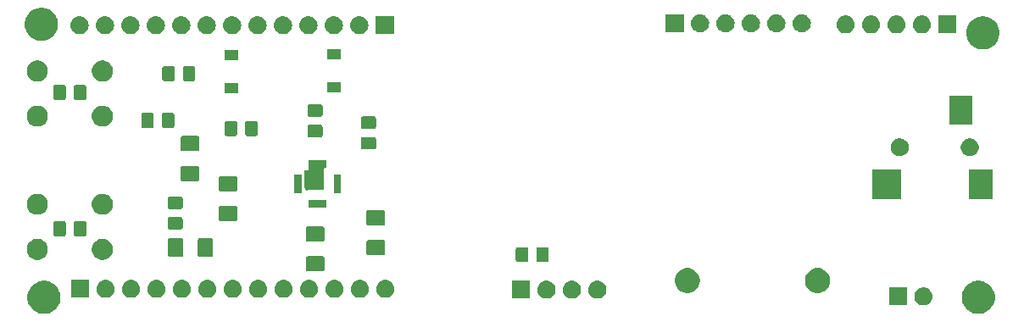
<source format=gbr>
G04 #@! TF.GenerationSoftware,KiCad,Pcbnew,5.0.2+dfsg1-1*
G04 #@! TF.CreationDate,2021-01-08T16:21:55+01:00*
G04 #@! TF.ProjectId,TTGO_weatherboard,5454474f-5f77-4656-9174-686572626f61,rev?*
G04 #@! TF.SameCoordinates,Original*
G04 #@! TF.FileFunction,Soldermask,Bot*
G04 #@! TF.FilePolarity,Negative*
%FSLAX46Y46*%
G04 Gerber Fmt 4.6, Leading zero omitted, Abs format (unit mm)*
G04 Created by KiCad (PCBNEW 5.0.2+dfsg1-1) date Fr 08 Jan 2021 16:21:55 CET*
%MOMM*%
%LPD*%
G01*
G04 APERTURE LIST*
%ADD10C,0.100000*%
G04 APERTURE END LIST*
D10*
G36*
X195055072Y-84947221D02*
X195197979Y-84975647D01*
X195498442Y-85100103D01*
X195725322Y-85251700D01*
X195768854Y-85280787D01*
X195998813Y-85510746D01*
X195998815Y-85510749D01*
X196179497Y-85781158D01*
X196289392Y-86046467D01*
X196303953Y-86081622D01*
X196367400Y-86400589D01*
X196367400Y-86725811D01*
X196303953Y-87044778D01*
X196199048Y-87298043D01*
X196179497Y-87345242D01*
X196001220Y-87612052D01*
X195998813Y-87615654D01*
X195768854Y-87845613D01*
X195768851Y-87845615D01*
X195498442Y-88026297D01*
X195197979Y-88150753D01*
X195091656Y-88171902D01*
X194879011Y-88214200D01*
X194553789Y-88214200D01*
X194341144Y-88171902D01*
X194234821Y-88150753D01*
X193934358Y-88026297D01*
X193663949Y-87845615D01*
X193663946Y-87845613D01*
X193433987Y-87615654D01*
X193431580Y-87612052D01*
X193253303Y-87345242D01*
X193233753Y-87298043D01*
X193128847Y-87044778D01*
X193065400Y-86725811D01*
X193065400Y-86400589D01*
X193128847Y-86081622D01*
X193143409Y-86046467D01*
X193253303Y-85781158D01*
X193433985Y-85510749D01*
X193433987Y-85510746D01*
X193663946Y-85280787D01*
X193707478Y-85251700D01*
X193934358Y-85100103D01*
X194234821Y-84975647D01*
X194377728Y-84947221D01*
X194553789Y-84912200D01*
X194879011Y-84912200D01*
X195055072Y-84947221D01*
X195055072Y-84947221D01*
G37*
G36*
X101735472Y-84947221D02*
X101878379Y-84975647D01*
X102178842Y-85100103D01*
X102405722Y-85251700D01*
X102449254Y-85280787D01*
X102679213Y-85510746D01*
X102679215Y-85510749D01*
X102859897Y-85781158D01*
X102969792Y-86046467D01*
X102984353Y-86081622D01*
X103047800Y-86400589D01*
X103047800Y-86725811D01*
X102984353Y-87044778D01*
X102879448Y-87298043D01*
X102859897Y-87345242D01*
X102681620Y-87612052D01*
X102679213Y-87615654D01*
X102449254Y-87845613D01*
X102449251Y-87845615D01*
X102178842Y-88026297D01*
X101878379Y-88150753D01*
X101772056Y-88171902D01*
X101559411Y-88214200D01*
X101234189Y-88214200D01*
X101021544Y-88171902D01*
X100915221Y-88150753D01*
X100614758Y-88026297D01*
X100344349Y-87845615D01*
X100344346Y-87845613D01*
X100114387Y-87615654D01*
X100111980Y-87612052D01*
X99933703Y-87345242D01*
X99914153Y-87298043D01*
X99809247Y-87044778D01*
X99745800Y-86725811D01*
X99745800Y-86400589D01*
X99809247Y-86081622D01*
X99823809Y-86046467D01*
X99933703Y-85781158D01*
X100114385Y-85510749D01*
X100114387Y-85510746D01*
X100344346Y-85280787D01*
X100387878Y-85251700D01*
X100614758Y-85100103D01*
X100915221Y-84975647D01*
X101058128Y-84947221D01*
X101234189Y-84912200D01*
X101559411Y-84912200D01*
X101735472Y-84947221D01*
X101735472Y-84947221D01*
G37*
G36*
X187591000Y-87362600D02*
X185789000Y-87362600D01*
X185789000Y-85560600D01*
X187591000Y-85560600D01*
X187591000Y-87362600D01*
X187591000Y-87362600D01*
G37*
G36*
X189340443Y-85567119D02*
X189406627Y-85573637D01*
X189519853Y-85607984D01*
X189576467Y-85625157D01*
X189687056Y-85684269D01*
X189732991Y-85708822D01*
X189768729Y-85738152D01*
X189870186Y-85821414D01*
X189915497Y-85876627D01*
X189982778Y-85958609D01*
X189982779Y-85958611D01*
X190066443Y-86115133D01*
X190076312Y-86147667D01*
X190117963Y-86284973D01*
X190135359Y-86461600D01*
X190117963Y-86638227D01*
X190098557Y-86702200D01*
X190066443Y-86808067D01*
X189992348Y-86946687D01*
X189982778Y-86964591D01*
X189953448Y-87000329D01*
X189870186Y-87101786D01*
X189768729Y-87185048D01*
X189732991Y-87214378D01*
X189732989Y-87214379D01*
X189576467Y-87298043D01*
X189519853Y-87315216D01*
X189406627Y-87349563D01*
X189340443Y-87356081D01*
X189274260Y-87362600D01*
X189185740Y-87362600D01*
X189119558Y-87356082D01*
X189053373Y-87349563D01*
X188940147Y-87315216D01*
X188883533Y-87298043D01*
X188727011Y-87214379D01*
X188727009Y-87214378D01*
X188691271Y-87185048D01*
X188589814Y-87101786D01*
X188506552Y-87000329D01*
X188477222Y-86964591D01*
X188467652Y-86946687D01*
X188393557Y-86808067D01*
X188361443Y-86702200D01*
X188342037Y-86638227D01*
X188324641Y-86461600D01*
X188342037Y-86284973D01*
X188383688Y-86147667D01*
X188393557Y-86115133D01*
X188477221Y-85958611D01*
X188477222Y-85958609D01*
X188544503Y-85876627D01*
X188589814Y-85821414D01*
X188691271Y-85738152D01*
X188727009Y-85708822D01*
X188772944Y-85684269D01*
X188883533Y-85625157D01*
X188940147Y-85607984D01*
X189053373Y-85573637D01*
X189119557Y-85567119D01*
X189185740Y-85560600D01*
X189274260Y-85560600D01*
X189340443Y-85567119D01*
X189340443Y-85567119D01*
G37*
G36*
X154237642Y-84906718D02*
X154303827Y-84913237D01*
X154415857Y-84947221D01*
X154473667Y-84964757D01*
X154612287Y-85038852D01*
X154630191Y-85048422D01*
X154644072Y-85059814D01*
X154767386Y-85161014D01*
X154841809Y-85251700D01*
X154879978Y-85298209D01*
X154879979Y-85298211D01*
X154963643Y-85454733D01*
X154963643Y-85454734D01*
X155015163Y-85624573D01*
X155032559Y-85801200D01*
X155015163Y-85977827D01*
X154994341Y-86046467D01*
X154963643Y-86147667D01*
X154934072Y-86202989D01*
X154879978Y-86304191D01*
X154850648Y-86339929D01*
X154767386Y-86441386D01*
X154665929Y-86524648D01*
X154630191Y-86553978D01*
X154630189Y-86553979D01*
X154473667Y-86637643D01*
X154417053Y-86654816D01*
X154303827Y-86689163D01*
X154237643Y-86695681D01*
X154171460Y-86702200D01*
X154082940Y-86702200D01*
X154016757Y-86695681D01*
X153950573Y-86689163D01*
X153837347Y-86654816D01*
X153780733Y-86637643D01*
X153624211Y-86553979D01*
X153624209Y-86553978D01*
X153588471Y-86524648D01*
X153487014Y-86441386D01*
X153403752Y-86339929D01*
X153374422Y-86304191D01*
X153320328Y-86202989D01*
X153290757Y-86147667D01*
X153260059Y-86046467D01*
X153239237Y-85977827D01*
X153221841Y-85801200D01*
X153239237Y-85624573D01*
X153290757Y-85454734D01*
X153290757Y-85454733D01*
X153374421Y-85298211D01*
X153374422Y-85298209D01*
X153412591Y-85251700D01*
X153487014Y-85161014D01*
X153610328Y-85059814D01*
X153624209Y-85048422D01*
X153642113Y-85038852D01*
X153780733Y-84964757D01*
X153838543Y-84947221D01*
X153950573Y-84913237D01*
X154016758Y-84906718D01*
X154082940Y-84900200D01*
X154171460Y-84900200D01*
X154237642Y-84906718D01*
X154237642Y-84906718D01*
G37*
G36*
X151697642Y-84906718D02*
X151763827Y-84913237D01*
X151875857Y-84947221D01*
X151933667Y-84964757D01*
X152072287Y-85038852D01*
X152090191Y-85048422D01*
X152104072Y-85059814D01*
X152227386Y-85161014D01*
X152301809Y-85251700D01*
X152339978Y-85298209D01*
X152339979Y-85298211D01*
X152423643Y-85454733D01*
X152423643Y-85454734D01*
X152475163Y-85624573D01*
X152492559Y-85801200D01*
X152475163Y-85977827D01*
X152454341Y-86046467D01*
X152423643Y-86147667D01*
X152394072Y-86202989D01*
X152339978Y-86304191D01*
X152310648Y-86339929D01*
X152227386Y-86441386D01*
X152125929Y-86524648D01*
X152090191Y-86553978D01*
X152090189Y-86553979D01*
X151933667Y-86637643D01*
X151877053Y-86654816D01*
X151763827Y-86689163D01*
X151697643Y-86695681D01*
X151631460Y-86702200D01*
X151542940Y-86702200D01*
X151476757Y-86695681D01*
X151410573Y-86689163D01*
X151297347Y-86654816D01*
X151240733Y-86637643D01*
X151084211Y-86553979D01*
X151084209Y-86553978D01*
X151048471Y-86524648D01*
X150947014Y-86441386D01*
X150863752Y-86339929D01*
X150834422Y-86304191D01*
X150780328Y-86202989D01*
X150750757Y-86147667D01*
X150720059Y-86046467D01*
X150699237Y-85977827D01*
X150681841Y-85801200D01*
X150699237Y-85624573D01*
X150750757Y-85454734D01*
X150750757Y-85454733D01*
X150834421Y-85298211D01*
X150834422Y-85298209D01*
X150872591Y-85251700D01*
X150947014Y-85161014D01*
X151070328Y-85059814D01*
X151084209Y-85048422D01*
X151102113Y-85038852D01*
X151240733Y-84964757D01*
X151298543Y-84947221D01*
X151410573Y-84913237D01*
X151476758Y-84906718D01*
X151542940Y-84900200D01*
X151631460Y-84900200D01*
X151697642Y-84906718D01*
X151697642Y-84906718D01*
G37*
G36*
X149948200Y-86702200D02*
X148146200Y-86702200D01*
X148146200Y-84900200D01*
X149948200Y-84900200D01*
X149948200Y-86702200D01*
X149948200Y-86702200D01*
G37*
G36*
X156777642Y-84906718D02*
X156843827Y-84913237D01*
X156955857Y-84947221D01*
X157013667Y-84964757D01*
X157152287Y-85038852D01*
X157170191Y-85048422D01*
X157184072Y-85059814D01*
X157307386Y-85161014D01*
X157381809Y-85251700D01*
X157419978Y-85298209D01*
X157419979Y-85298211D01*
X157503643Y-85454733D01*
X157503643Y-85454734D01*
X157555163Y-85624573D01*
X157572559Y-85801200D01*
X157555163Y-85977827D01*
X157534341Y-86046467D01*
X157503643Y-86147667D01*
X157474072Y-86202989D01*
X157419978Y-86304191D01*
X157390648Y-86339929D01*
X157307386Y-86441386D01*
X157205929Y-86524648D01*
X157170191Y-86553978D01*
X157170189Y-86553979D01*
X157013667Y-86637643D01*
X156957053Y-86654816D01*
X156843827Y-86689163D01*
X156777643Y-86695681D01*
X156711460Y-86702200D01*
X156622940Y-86702200D01*
X156556757Y-86695681D01*
X156490573Y-86689163D01*
X156377347Y-86654816D01*
X156320733Y-86637643D01*
X156164211Y-86553979D01*
X156164209Y-86553978D01*
X156128471Y-86524648D01*
X156027014Y-86441386D01*
X155943752Y-86339929D01*
X155914422Y-86304191D01*
X155860328Y-86202989D01*
X155830757Y-86147667D01*
X155800059Y-86046467D01*
X155779237Y-85977827D01*
X155761841Y-85801200D01*
X155779237Y-85624573D01*
X155830757Y-85454734D01*
X155830757Y-85454733D01*
X155914421Y-85298211D01*
X155914422Y-85298209D01*
X155952591Y-85251700D01*
X156027014Y-85161014D01*
X156150328Y-85059814D01*
X156164209Y-85048422D01*
X156182113Y-85038852D01*
X156320733Y-84964757D01*
X156378543Y-84947221D01*
X156490573Y-84913237D01*
X156556758Y-84906718D01*
X156622940Y-84900200D01*
X156711460Y-84900200D01*
X156777642Y-84906718D01*
X156777642Y-84906718D01*
G37*
G36*
X120354042Y-84805518D02*
X120420227Y-84812037D01*
X120533453Y-84846384D01*
X120590067Y-84863557D01*
X120658620Y-84900200D01*
X120746591Y-84947222D01*
X120767957Y-84964757D01*
X120883786Y-85059814D01*
X120966837Y-85161014D01*
X120996378Y-85197009D01*
X120996379Y-85197011D01*
X121080043Y-85353533D01*
X121080043Y-85353534D01*
X121131563Y-85523373D01*
X121148959Y-85700000D01*
X121131563Y-85876627D01*
X121106694Y-85958609D01*
X121080043Y-86046467D01*
X121043339Y-86115134D01*
X120996378Y-86202991D01*
X120967048Y-86238729D01*
X120883786Y-86340186D01*
X120810181Y-86400591D01*
X120746591Y-86452778D01*
X120746589Y-86452779D01*
X120590067Y-86536443D01*
X120533453Y-86553616D01*
X120420227Y-86587963D01*
X120354042Y-86594482D01*
X120287860Y-86601000D01*
X120199340Y-86601000D01*
X120133158Y-86594482D01*
X120066973Y-86587963D01*
X119953747Y-86553616D01*
X119897133Y-86536443D01*
X119740611Y-86452779D01*
X119740609Y-86452778D01*
X119677019Y-86400591D01*
X119603414Y-86340186D01*
X119520152Y-86238729D01*
X119490822Y-86202991D01*
X119443861Y-86115134D01*
X119407157Y-86046467D01*
X119380506Y-85958609D01*
X119355637Y-85876627D01*
X119338241Y-85700000D01*
X119355637Y-85523373D01*
X119407157Y-85353534D01*
X119407157Y-85353533D01*
X119490821Y-85197011D01*
X119490822Y-85197009D01*
X119520363Y-85161014D01*
X119603414Y-85059814D01*
X119719243Y-84964757D01*
X119740609Y-84947222D01*
X119828580Y-84900200D01*
X119897133Y-84863557D01*
X119953747Y-84846384D01*
X120066973Y-84812037D01*
X120133158Y-84805518D01*
X120199340Y-84799000D01*
X120287860Y-84799000D01*
X120354042Y-84805518D01*
X120354042Y-84805518D01*
G37*
G36*
X105904600Y-86601000D02*
X104102600Y-86601000D01*
X104102600Y-84799000D01*
X105904600Y-84799000D01*
X105904600Y-86601000D01*
X105904600Y-86601000D01*
G37*
G36*
X107654042Y-84805518D02*
X107720227Y-84812037D01*
X107833453Y-84846384D01*
X107890067Y-84863557D01*
X107958620Y-84900200D01*
X108046591Y-84947222D01*
X108067957Y-84964757D01*
X108183786Y-85059814D01*
X108266837Y-85161014D01*
X108296378Y-85197009D01*
X108296379Y-85197011D01*
X108380043Y-85353533D01*
X108380043Y-85353534D01*
X108431563Y-85523373D01*
X108448959Y-85700000D01*
X108431563Y-85876627D01*
X108406694Y-85958609D01*
X108380043Y-86046467D01*
X108343339Y-86115134D01*
X108296378Y-86202991D01*
X108267048Y-86238729D01*
X108183786Y-86340186D01*
X108110181Y-86400591D01*
X108046591Y-86452778D01*
X108046589Y-86452779D01*
X107890067Y-86536443D01*
X107833453Y-86553616D01*
X107720227Y-86587963D01*
X107654042Y-86594482D01*
X107587860Y-86601000D01*
X107499340Y-86601000D01*
X107433158Y-86594482D01*
X107366973Y-86587963D01*
X107253747Y-86553616D01*
X107197133Y-86536443D01*
X107040611Y-86452779D01*
X107040609Y-86452778D01*
X106977019Y-86400591D01*
X106903414Y-86340186D01*
X106820152Y-86238729D01*
X106790822Y-86202991D01*
X106743861Y-86115134D01*
X106707157Y-86046467D01*
X106680506Y-85958609D01*
X106655637Y-85876627D01*
X106638241Y-85700000D01*
X106655637Y-85523373D01*
X106707157Y-85353534D01*
X106707157Y-85353533D01*
X106790821Y-85197011D01*
X106790822Y-85197009D01*
X106820363Y-85161014D01*
X106903414Y-85059814D01*
X107019243Y-84964757D01*
X107040609Y-84947222D01*
X107128580Y-84900200D01*
X107197133Y-84863557D01*
X107253747Y-84846384D01*
X107366973Y-84812037D01*
X107433158Y-84805518D01*
X107499340Y-84799000D01*
X107587860Y-84799000D01*
X107654042Y-84805518D01*
X107654042Y-84805518D01*
G37*
G36*
X110194042Y-84805518D02*
X110260227Y-84812037D01*
X110373453Y-84846384D01*
X110430067Y-84863557D01*
X110498620Y-84900200D01*
X110586591Y-84947222D01*
X110607957Y-84964757D01*
X110723786Y-85059814D01*
X110806837Y-85161014D01*
X110836378Y-85197009D01*
X110836379Y-85197011D01*
X110920043Y-85353533D01*
X110920043Y-85353534D01*
X110971563Y-85523373D01*
X110988959Y-85700000D01*
X110971563Y-85876627D01*
X110946694Y-85958609D01*
X110920043Y-86046467D01*
X110883339Y-86115134D01*
X110836378Y-86202991D01*
X110807048Y-86238729D01*
X110723786Y-86340186D01*
X110650181Y-86400591D01*
X110586591Y-86452778D01*
X110586589Y-86452779D01*
X110430067Y-86536443D01*
X110373453Y-86553616D01*
X110260227Y-86587963D01*
X110194042Y-86594482D01*
X110127860Y-86601000D01*
X110039340Y-86601000D01*
X109973158Y-86594482D01*
X109906973Y-86587963D01*
X109793747Y-86553616D01*
X109737133Y-86536443D01*
X109580611Y-86452779D01*
X109580609Y-86452778D01*
X109517019Y-86400591D01*
X109443414Y-86340186D01*
X109360152Y-86238729D01*
X109330822Y-86202991D01*
X109283861Y-86115134D01*
X109247157Y-86046467D01*
X109220506Y-85958609D01*
X109195637Y-85876627D01*
X109178241Y-85700000D01*
X109195637Y-85523373D01*
X109247157Y-85353534D01*
X109247157Y-85353533D01*
X109330821Y-85197011D01*
X109330822Y-85197009D01*
X109360363Y-85161014D01*
X109443414Y-85059814D01*
X109559243Y-84964757D01*
X109580609Y-84947222D01*
X109668580Y-84900200D01*
X109737133Y-84863557D01*
X109793747Y-84846384D01*
X109906973Y-84812037D01*
X109973158Y-84805518D01*
X110039340Y-84799000D01*
X110127860Y-84799000D01*
X110194042Y-84805518D01*
X110194042Y-84805518D01*
G37*
G36*
X112734042Y-84805518D02*
X112800227Y-84812037D01*
X112913453Y-84846384D01*
X112970067Y-84863557D01*
X113038620Y-84900200D01*
X113126591Y-84947222D01*
X113147957Y-84964757D01*
X113263786Y-85059814D01*
X113346837Y-85161014D01*
X113376378Y-85197009D01*
X113376379Y-85197011D01*
X113460043Y-85353533D01*
X113460043Y-85353534D01*
X113511563Y-85523373D01*
X113528959Y-85700000D01*
X113511563Y-85876627D01*
X113486694Y-85958609D01*
X113460043Y-86046467D01*
X113423339Y-86115134D01*
X113376378Y-86202991D01*
X113347048Y-86238729D01*
X113263786Y-86340186D01*
X113190181Y-86400591D01*
X113126591Y-86452778D01*
X113126589Y-86452779D01*
X112970067Y-86536443D01*
X112913453Y-86553616D01*
X112800227Y-86587963D01*
X112734042Y-86594482D01*
X112667860Y-86601000D01*
X112579340Y-86601000D01*
X112513158Y-86594482D01*
X112446973Y-86587963D01*
X112333747Y-86553616D01*
X112277133Y-86536443D01*
X112120611Y-86452779D01*
X112120609Y-86452778D01*
X112057019Y-86400591D01*
X111983414Y-86340186D01*
X111900152Y-86238729D01*
X111870822Y-86202991D01*
X111823861Y-86115134D01*
X111787157Y-86046467D01*
X111760506Y-85958609D01*
X111735637Y-85876627D01*
X111718241Y-85700000D01*
X111735637Y-85523373D01*
X111787157Y-85353534D01*
X111787157Y-85353533D01*
X111870821Y-85197011D01*
X111870822Y-85197009D01*
X111900363Y-85161014D01*
X111983414Y-85059814D01*
X112099243Y-84964757D01*
X112120609Y-84947222D01*
X112208580Y-84900200D01*
X112277133Y-84863557D01*
X112333747Y-84846384D01*
X112446973Y-84812037D01*
X112513158Y-84805518D01*
X112579340Y-84799000D01*
X112667860Y-84799000D01*
X112734042Y-84805518D01*
X112734042Y-84805518D01*
G37*
G36*
X115274042Y-84805518D02*
X115340227Y-84812037D01*
X115453453Y-84846384D01*
X115510067Y-84863557D01*
X115578620Y-84900200D01*
X115666591Y-84947222D01*
X115687957Y-84964757D01*
X115803786Y-85059814D01*
X115886837Y-85161014D01*
X115916378Y-85197009D01*
X115916379Y-85197011D01*
X116000043Y-85353533D01*
X116000043Y-85353534D01*
X116051563Y-85523373D01*
X116068959Y-85700000D01*
X116051563Y-85876627D01*
X116026694Y-85958609D01*
X116000043Y-86046467D01*
X115963339Y-86115134D01*
X115916378Y-86202991D01*
X115887048Y-86238729D01*
X115803786Y-86340186D01*
X115730181Y-86400591D01*
X115666591Y-86452778D01*
X115666589Y-86452779D01*
X115510067Y-86536443D01*
X115453453Y-86553616D01*
X115340227Y-86587963D01*
X115274042Y-86594482D01*
X115207860Y-86601000D01*
X115119340Y-86601000D01*
X115053158Y-86594482D01*
X114986973Y-86587963D01*
X114873747Y-86553616D01*
X114817133Y-86536443D01*
X114660611Y-86452779D01*
X114660609Y-86452778D01*
X114597019Y-86400591D01*
X114523414Y-86340186D01*
X114440152Y-86238729D01*
X114410822Y-86202991D01*
X114363861Y-86115134D01*
X114327157Y-86046467D01*
X114300506Y-85958609D01*
X114275637Y-85876627D01*
X114258241Y-85700000D01*
X114275637Y-85523373D01*
X114327157Y-85353534D01*
X114327157Y-85353533D01*
X114410821Y-85197011D01*
X114410822Y-85197009D01*
X114440363Y-85161014D01*
X114523414Y-85059814D01*
X114639243Y-84964757D01*
X114660609Y-84947222D01*
X114748580Y-84900200D01*
X114817133Y-84863557D01*
X114873747Y-84846384D01*
X114986973Y-84812037D01*
X115053158Y-84805518D01*
X115119340Y-84799000D01*
X115207860Y-84799000D01*
X115274042Y-84805518D01*
X115274042Y-84805518D01*
G37*
G36*
X117814042Y-84805518D02*
X117880227Y-84812037D01*
X117993453Y-84846384D01*
X118050067Y-84863557D01*
X118118620Y-84900200D01*
X118206591Y-84947222D01*
X118227957Y-84964757D01*
X118343786Y-85059814D01*
X118426837Y-85161014D01*
X118456378Y-85197009D01*
X118456379Y-85197011D01*
X118540043Y-85353533D01*
X118540043Y-85353534D01*
X118591563Y-85523373D01*
X118608959Y-85700000D01*
X118591563Y-85876627D01*
X118566694Y-85958609D01*
X118540043Y-86046467D01*
X118503339Y-86115134D01*
X118456378Y-86202991D01*
X118427048Y-86238729D01*
X118343786Y-86340186D01*
X118270181Y-86400591D01*
X118206591Y-86452778D01*
X118206589Y-86452779D01*
X118050067Y-86536443D01*
X117993453Y-86553616D01*
X117880227Y-86587963D01*
X117814042Y-86594482D01*
X117747860Y-86601000D01*
X117659340Y-86601000D01*
X117593158Y-86594482D01*
X117526973Y-86587963D01*
X117413747Y-86553616D01*
X117357133Y-86536443D01*
X117200611Y-86452779D01*
X117200609Y-86452778D01*
X117137019Y-86400591D01*
X117063414Y-86340186D01*
X116980152Y-86238729D01*
X116950822Y-86202991D01*
X116903861Y-86115134D01*
X116867157Y-86046467D01*
X116840506Y-85958609D01*
X116815637Y-85876627D01*
X116798241Y-85700000D01*
X116815637Y-85523373D01*
X116867157Y-85353534D01*
X116867157Y-85353533D01*
X116950821Y-85197011D01*
X116950822Y-85197009D01*
X116980363Y-85161014D01*
X117063414Y-85059814D01*
X117179243Y-84964757D01*
X117200609Y-84947222D01*
X117288580Y-84900200D01*
X117357133Y-84863557D01*
X117413747Y-84846384D01*
X117526973Y-84812037D01*
X117593158Y-84805518D01*
X117659340Y-84799000D01*
X117747860Y-84799000D01*
X117814042Y-84805518D01*
X117814042Y-84805518D01*
G37*
G36*
X125434042Y-84805518D02*
X125500227Y-84812037D01*
X125613453Y-84846384D01*
X125670067Y-84863557D01*
X125738620Y-84900200D01*
X125826591Y-84947222D01*
X125847957Y-84964757D01*
X125963786Y-85059814D01*
X126046837Y-85161014D01*
X126076378Y-85197009D01*
X126076379Y-85197011D01*
X126160043Y-85353533D01*
X126160043Y-85353534D01*
X126211563Y-85523373D01*
X126228959Y-85700000D01*
X126211563Y-85876627D01*
X126186694Y-85958609D01*
X126160043Y-86046467D01*
X126123339Y-86115134D01*
X126076378Y-86202991D01*
X126047048Y-86238729D01*
X125963786Y-86340186D01*
X125890181Y-86400591D01*
X125826591Y-86452778D01*
X125826589Y-86452779D01*
X125670067Y-86536443D01*
X125613453Y-86553616D01*
X125500227Y-86587963D01*
X125434042Y-86594482D01*
X125367860Y-86601000D01*
X125279340Y-86601000D01*
X125213158Y-86594482D01*
X125146973Y-86587963D01*
X125033747Y-86553616D01*
X124977133Y-86536443D01*
X124820611Y-86452779D01*
X124820609Y-86452778D01*
X124757019Y-86400591D01*
X124683414Y-86340186D01*
X124600152Y-86238729D01*
X124570822Y-86202991D01*
X124523861Y-86115134D01*
X124487157Y-86046467D01*
X124460506Y-85958609D01*
X124435637Y-85876627D01*
X124418241Y-85700000D01*
X124435637Y-85523373D01*
X124487157Y-85353534D01*
X124487157Y-85353533D01*
X124570821Y-85197011D01*
X124570822Y-85197009D01*
X124600363Y-85161014D01*
X124683414Y-85059814D01*
X124799243Y-84964757D01*
X124820609Y-84947222D01*
X124908580Y-84900200D01*
X124977133Y-84863557D01*
X125033747Y-84846384D01*
X125146973Y-84812037D01*
X125213158Y-84805518D01*
X125279340Y-84799000D01*
X125367860Y-84799000D01*
X125434042Y-84805518D01*
X125434042Y-84805518D01*
G37*
G36*
X133054042Y-84805518D02*
X133120227Y-84812037D01*
X133233453Y-84846384D01*
X133290067Y-84863557D01*
X133358620Y-84900200D01*
X133446591Y-84947222D01*
X133467957Y-84964757D01*
X133583786Y-85059814D01*
X133666837Y-85161014D01*
X133696378Y-85197009D01*
X133696379Y-85197011D01*
X133780043Y-85353533D01*
X133780043Y-85353534D01*
X133831563Y-85523373D01*
X133848959Y-85700000D01*
X133831563Y-85876627D01*
X133806694Y-85958609D01*
X133780043Y-86046467D01*
X133743339Y-86115134D01*
X133696378Y-86202991D01*
X133667048Y-86238729D01*
X133583786Y-86340186D01*
X133510181Y-86400591D01*
X133446591Y-86452778D01*
X133446589Y-86452779D01*
X133290067Y-86536443D01*
X133233453Y-86553616D01*
X133120227Y-86587963D01*
X133054042Y-86594482D01*
X132987860Y-86601000D01*
X132899340Y-86601000D01*
X132833158Y-86594482D01*
X132766973Y-86587963D01*
X132653747Y-86553616D01*
X132597133Y-86536443D01*
X132440611Y-86452779D01*
X132440609Y-86452778D01*
X132377019Y-86400591D01*
X132303414Y-86340186D01*
X132220152Y-86238729D01*
X132190822Y-86202991D01*
X132143861Y-86115134D01*
X132107157Y-86046467D01*
X132080506Y-85958609D01*
X132055637Y-85876627D01*
X132038241Y-85700000D01*
X132055637Y-85523373D01*
X132107157Y-85353534D01*
X132107157Y-85353533D01*
X132190821Y-85197011D01*
X132190822Y-85197009D01*
X132220363Y-85161014D01*
X132303414Y-85059814D01*
X132419243Y-84964757D01*
X132440609Y-84947222D01*
X132528580Y-84900200D01*
X132597133Y-84863557D01*
X132653747Y-84846384D01*
X132766973Y-84812037D01*
X132833158Y-84805518D01*
X132899340Y-84799000D01*
X132987860Y-84799000D01*
X133054042Y-84805518D01*
X133054042Y-84805518D01*
G37*
G36*
X135594042Y-84805518D02*
X135660227Y-84812037D01*
X135773453Y-84846384D01*
X135830067Y-84863557D01*
X135898620Y-84900200D01*
X135986591Y-84947222D01*
X136007957Y-84964757D01*
X136123786Y-85059814D01*
X136206837Y-85161014D01*
X136236378Y-85197009D01*
X136236379Y-85197011D01*
X136320043Y-85353533D01*
X136320043Y-85353534D01*
X136371563Y-85523373D01*
X136388959Y-85700000D01*
X136371563Y-85876627D01*
X136346694Y-85958609D01*
X136320043Y-86046467D01*
X136283339Y-86115134D01*
X136236378Y-86202991D01*
X136207048Y-86238729D01*
X136123786Y-86340186D01*
X136050181Y-86400591D01*
X135986591Y-86452778D01*
X135986589Y-86452779D01*
X135830067Y-86536443D01*
X135773453Y-86553616D01*
X135660227Y-86587963D01*
X135594042Y-86594482D01*
X135527860Y-86601000D01*
X135439340Y-86601000D01*
X135373158Y-86594482D01*
X135306973Y-86587963D01*
X135193747Y-86553616D01*
X135137133Y-86536443D01*
X134980611Y-86452779D01*
X134980609Y-86452778D01*
X134917019Y-86400591D01*
X134843414Y-86340186D01*
X134760152Y-86238729D01*
X134730822Y-86202991D01*
X134683861Y-86115134D01*
X134647157Y-86046467D01*
X134620506Y-85958609D01*
X134595637Y-85876627D01*
X134578241Y-85700000D01*
X134595637Y-85523373D01*
X134647157Y-85353534D01*
X134647157Y-85353533D01*
X134730821Y-85197011D01*
X134730822Y-85197009D01*
X134760363Y-85161014D01*
X134843414Y-85059814D01*
X134959243Y-84964757D01*
X134980609Y-84947222D01*
X135068580Y-84900200D01*
X135137133Y-84863557D01*
X135193747Y-84846384D01*
X135306973Y-84812037D01*
X135373158Y-84805518D01*
X135439340Y-84799000D01*
X135527860Y-84799000D01*
X135594042Y-84805518D01*
X135594042Y-84805518D01*
G37*
G36*
X130514042Y-84805518D02*
X130580227Y-84812037D01*
X130693453Y-84846384D01*
X130750067Y-84863557D01*
X130818620Y-84900200D01*
X130906591Y-84947222D01*
X130927957Y-84964757D01*
X131043786Y-85059814D01*
X131126837Y-85161014D01*
X131156378Y-85197009D01*
X131156379Y-85197011D01*
X131240043Y-85353533D01*
X131240043Y-85353534D01*
X131291563Y-85523373D01*
X131308959Y-85700000D01*
X131291563Y-85876627D01*
X131266694Y-85958609D01*
X131240043Y-86046467D01*
X131203339Y-86115134D01*
X131156378Y-86202991D01*
X131127048Y-86238729D01*
X131043786Y-86340186D01*
X130970181Y-86400591D01*
X130906591Y-86452778D01*
X130906589Y-86452779D01*
X130750067Y-86536443D01*
X130693453Y-86553616D01*
X130580227Y-86587963D01*
X130514042Y-86594482D01*
X130447860Y-86601000D01*
X130359340Y-86601000D01*
X130293158Y-86594482D01*
X130226973Y-86587963D01*
X130113747Y-86553616D01*
X130057133Y-86536443D01*
X129900611Y-86452779D01*
X129900609Y-86452778D01*
X129837019Y-86400591D01*
X129763414Y-86340186D01*
X129680152Y-86238729D01*
X129650822Y-86202991D01*
X129603861Y-86115134D01*
X129567157Y-86046467D01*
X129540506Y-85958609D01*
X129515637Y-85876627D01*
X129498241Y-85700000D01*
X129515637Y-85523373D01*
X129567157Y-85353534D01*
X129567157Y-85353533D01*
X129650821Y-85197011D01*
X129650822Y-85197009D01*
X129680363Y-85161014D01*
X129763414Y-85059814D01*
X129879243Y-84964757D01*
X129900609Y-84947222D01*
X129988580Y-84900200D01*
X130057133Y-84863557D01*
X130113747Y-84846384D01*
X130226973Y-84812037D01*
X130293158Y-84805518D01*
X130359340Y-84799000D01*
X130447860Y-84799000D01*
X130514042Y-84805518D01*
X130514042Y-84805518D01*
G37*
G36*
X122894042Y-84805518D02*
X122960227Y-84812037D01*
X123073453Y-84846384D01*
X123130067Y-84863557D01*
X123198620Y-84900200D01*
X123286591Y-84947222D01*
X123307957Y-84964757D01*
X123423786Y-85059814D01*
X123506837Y-85161014D01*
X123536378Y-85197009D01*
X123536379Y-85197011D01*
X123620043Y-85353533D01*
X123620043Y-85353534D01*
X123671563Y-85523373D01*
X123688959Y-85700000D01*
X123671563Y-85876627D01*
X123646694Y-85958609D01*
X123620043Y-86046467D01*
X123583339Y-86115134D01*
X123536378Y-86202991D01*
X123507048Y-86238729D01*
X123423786Y-86340186D01*
X123350181Y-86400591D01*
X123286591Y-86452778D01*
X123286589Y-86452779D01*
X123130067Y-86536443D01*
X123073453Y-86553616D01*
X122960227Y-86587963D01*
X122894042Y-86594482D01*
X122827860Y-86601000D01*
X122739340Y-86601000D01*
X122673158Y-86594482D01*
X122606973Y-86587963D01*
X122493747Y-86553616D01*
X122437133Y-86536443D01*
X122280611Y-86452779D01*
X122280609Y-86452778D01*
X122217019Y-86400591D01*
X122143414Y-86340186D01*
X122060152Y-86238729D01*
X122030822Y-86202991D01*
X121983861Y-86115134D01*
X121947157Y-86046467D01*
X121920506Y-85958609D01*
X121895637Y-85876627D01*
X121878241Y-85700000D01*
X121895637Y-85523373D01*
X121947157Y-85353534D01*
X121947157Y-85353533D01*
X122030821Y-85197011D01*
X122030822Y-85197009D01*
X122060363Y-85161014D01*
X122143414Y-85059814D01*
X122259243Y-84964757D01*
X122280609Y-84947222D01*
X122368580Y-84900200D01*
X122437133Y-84863557D01*
X122493747Y-84846384D01*
X122606973Y-84812037D01*
X122673158Y-84805518D01*
X122739340Y-84799000D01*
X122827860Y-84799000D01*
X122894042Y-84805518D01*
X122894042Y-84805518D01*
G37*
G36*
X127974042Y-84805518D02*
X128040227Y-84812037D01*
X128153453Y-84846384D01*
X128210067Y-84863557D01*
X128278620Y-84900200D01*
X128366591Y-84947222D01*
X128387957Y-84964757D01*
X128503786Y-85059814D01*
X128586837Y-85161014D01*
X128616378Y-85197009D01*
X128616379Y-85197011D01*
X128700043Y-85353533D01*
X128700043Y-85353534D01*
X128751563Y-85523373D01*
X128768959Y-85700000D01*
X128751563Y-85876627D01*
X128726694Y-85958609D01*
X128700043Y-86046467D01*
X128663339Y-86115134D01*
X128616378Y-86202991D01*
X128587048Y-86238729D01*
X128503786Y-86340186D01*
X128430181Y-86400591D01*
X128366591Y-86452778D01*
X128366589Y-86452779D01*
X128210067Y-86536443D01*
X128153453Y-86553616D01*
X128040227Y-86587963D01*
X127974042Y-86594482D01*
X127907860Y-86601000D01*
X127819340Y-86601000D01*
X127753158Y-86594482D01*
X127686973Y-86587963D01*
X127573747Y-86553616D01*
X127517133Y-86536443D01*
X127360611Y-86452779D01*
X127360609Y-86452778D01*
X127297019Y-86400591D01*
X127223414Y-86340186D01*
X127140152Y-86238729D01*
X127110822Y-86202991D01*
X127063861Y-86115134D01*
X127027157Y-86046467D01*
X127000506Y-85958609D01*
X126975637Y-85876627D01*
X126958241Y-85700000D01*
X126975637Y-85523373D01*
X127027157Y-85353534D01*
X127027157Y-85353533D01*
X127110821Y-85197011D01*
X127110822Y-85197009D01*
X127140363Y-85161014D01*
X127223414Y-85059814D01*
X127339243Y-84964757D01*
X127360609Y-84947222D01*
X127448580Y-84900200D01*
X127517133Y-84863557D01*
X127573747Y-84846384D01*
X127686973Y-84812037D01*
X127753158Y-84805518D01*
X127819340Y-84799000D01*
X127907860Y-84799000D01*
X127974042Y-84805518D01*
X127974042Y-84805518D01*
G37*
G36*
X178842436Y-83647819D02*
X179023703Y-83683875D01*
X179251371Y-83778178D01*
X179340544Y-83837762D01*
X179456269Y-83915087D01*
X179630513Y-84089331D01*
X179630515Y-84089334D01*
X179767422Y-84294229D01*
X179861725Y-84521897D01*
X179909800Y-84763587D01*
X179909800Y-85010013D01*
X179861725Y-85251703D01*
X179767422Y-85479371D01*
X179631132Y-85683342D01*
X179630513Y-85684269D01*
X179456269Y-85858513D01*
X179456266Y-85858515D01*
X179251371Y-85995422D01*
X179023703Y-86089725D01*
X178842435Y-86125781D01*
X178782014Y-86137800D01*
X178535586Y-86137800D01*
X178475165Y-86125781D01*
X178293897Y-86089725D01*
X178066229Y-85995422D01*
X177861334Y-85858515D01*
X177861331Y-85858513D01*
X177687087Y-85684269D01*
X177686468Y-85683342D01*
X177550178Y-85479371D01*
X177455875Y-85251703D01*
X177407800Y-85010013D01*
X177407800Y-84763587D01*
X177455875Y-84521897D01*
X177550178Y-84294229D01*
X177687085Y-84089334D01*
X177687087Y-84089331D01*
X177861331Y-83915087D01*
X177977056Y-83837762D01*
X178066229Y-83778178D01*
X178293897Y-83683875D01*
X178475165Y-83647819D01*
X178535586Y-83635800D01*
X178782014Y-83635800D01*
X178842436Y-83647819D01*
X178842436Y-83647819D01*
G37*
G36*
X165842436Y-83647819D02*
X166023703Y-83683875D01*
X166251371Y-83778178D01*
X166340544Y-83837762D01*
X166456269Y-83915087D01*
X166630513Y-84089331D01*
X166630515Y-84089334D01*
X166767422Y-84294229D01*
X166861725Y-84521897D01*
X166909800Y-84763587D01*
X166909800Y-85010013D01*
X166861725Y-85251703D01*
X166767422Y-85479371D01*
X166631132Y-85683342D01*
X166630513Y-85684269D01*
X166456269Y-85858513D01*
X166456266Y-85858515D01*
X166251371Y-85995422D01*
X166023703Y-86089725D01*
X165842435Y-86125781D01*
X165782014Y-86137800D01*
X165535586Y-86137800D01*
X165475165Y-86125781D01*
X165293897Y-86089725D01*
X165066229Y-85995422D01*
X164861334Y-85858515D01*
X164861331Y-85858513D01*
X164687087Y-85684269D01*
X164686468Y-85683342D01*
X164550178Y-85479371D01*
X164455875Y-85251703D01*
X164407800Y-85010013D01*
X164407800Y-84763587D01*
X164455875Y-84521897D01*
X164550178Y-84294229D01*
X164687085Y-84089334D01*
X164687087Y-84089331D01*
X164861331Y-83915087D01*
X164977056Y-83837762D01*
X165066229Y-83778178D01*
X165293897Y-83683875D01*
X165475165Y-83647819D01*
X165535586Y-83635800D01*
X165782014Y-83635800D01*
X165842436Y-83647819D01*
X165842436Y-83647819D01*
G37*
G36*
X129248762Y-82465381D02*
X129283677Y-82475973D01*
X129315865Y-82493178D01*
X129344073Y-82516327D01*
X129367222Y-82544535D01*
X129384427Y-82576723D01*
X129395019Y-82611638D01*
X129399200Y-82654095D01*
X129399200Y-83795305D01*
X129395019Y-83837762D01*
X129384427Y-83872677D01*
X129367222Y-83904865D01*
X129344073Y-83933073D01*
X129315865Y-83956222D01*
X129283677Y-83973427D01*
X129248762Y-83984019D01*
X129206305Y-83988200D01*
X127740095Y-83988200D01*
X127697638Y-83984019D01*
X127662723Y-83973427D01*
X127630535Y-83956222D01*
X127602327Y-83933073D01*
X127579178Y-83904865D01*
X127561973Y-83872677D01*
X127551381Y-83837762D01*
X127547200Y-83795305D01*
X127547200Y-82654095D01*
X127551381Y-82611638D01*
X127561973Y-82576723D01*
X127579178Y-82544535D01*
X127602327Y-82516327D01*
X127630535Y-82493178D01*
X127662723Y-82475973D01*
X127697638Y-82465381D01*
X127740095Y-82461200D01*
X129206305Y-82461200D01*
X129248762Y-82465381D01*
X129248762Y-82465381D01*
G37*
G36*
X151662477Y-81549465D02*
X151700164Y-81560898D01*
X151734903Y-81579466D01*
X151765348Y-81604452D01*
X151790334Y-81634897D01*
X151808902Y-81669636D01*
X151820335Y-81707323D01*
X151824800Y-81752661D01*
X151824800Y-82839339D01*
X151820335Y-82884677D01*
X151808902Y-82922364D01*
X151790334Y-82957103D01*
X151765348Y-82987548D01*
X151734903Y-83012534D01*
X151700164Y-83031102D01*
X151662477Y-83042535D01*
X151617139Y-83047000D01*
X150780461Y-83047000D01*
X150735123Y-83042535D01*
X150697436Y-83031102D01*
X150662697Y-83012534D01*
X150632252Y-82987548D01*
X150607266Y-82957103D01*
X150588698Y-82922364D01*
X150577265Y-82884677D01*
X150572800Y-82839339D01*
X150572800Y-81752661D01*
X150577265Y-81707323D01*
X150588698Y-81669636D01*
X150607266Y-81634897D01*
X150632252Y-81604452D01*
X150662697Y-81579466D01*
X150697436Y-81560898D01*
X150735123Y-81549465D01*
X150780461Y-81545000D01*
X151617139Y-81545000D01*
X151662477Y-81549465D01*
X151662477Y-81549465D01*
G37*
G36*
X149612477Y-81549465D02*
X149650164Y-81560898D01*
X149684903Y-81579466D01*
X149715348Y-81604452D01*
X149740334Y-81634897D01*
X149758902Y-81669636D01*
X149770335Y-81707323D01*
X149774800Y-81752661D01*
X149774800Y-82839339D01*
X149770335Y-82884677D01*
X149758902Y-82922364D01*
X149740334Y-82957103D01*
X149715348Y-82987548D01*
X149684903Y-83012534D01*
X149650164Y-83031102D01*
X149612477Y-83042535D01*
X149567139Y-83047000D01*
X148730461Y-83047000D01*
X148685123Y-83042535D01*
X148647436Y-83031102D01*
X148612697Y-83012534D01*
X148582252Y-82987548D01*
X148557266Y-82957103D01*
X148538698Y-82922364D01*
X148527265Y-82884677D01*
X148522800Y-82839339D01*
X148522800Y-81752661D01*
X148527265Y-81707323D01*
X148538698Y-81669636D01*
X148557266Y-81634897D01*
X148582252Y-81604452D01*
X148612697Y-81579466D01*
X148647436Y-81560898D01*
X148685123Y-81549465D01*
X148730461Y-81545000D01*
X149567139Y-81545000D01*
X149612477Y-81549465D01*
X149612477Y-81549465D01*
G37*
G36*
X101042965Y-80756189D02*
X101234234Y-80835415D01*
X101406376Y-80950437D01*
X101552763Y-81096824D01*
X101667785Y-81268966D01*
X101747011Y-81460235D01*
X101787400Y-81663284D01*
X101787400Y-81870316D01*
X101747011Y-82073365D01*
X101667785Y-82264634D01*
X101552763Y-82436776D01*
X101406376Y-82583163D01*
X101234234Y-82698185D01*
X101042965Y-82777411D01*
X100839916Y-82817800D01*
X100632884Y-82817800D01*
X100429835Y-82777411D01*
X100238566Y-82698185D01*
X100066424Y-82583163D01*
X99920037Y-82436776D01*
X99805015Y-82264634D01*
X99725789Y-82073365D01*
X99685400Y-81870316D01*
X99685400Y-81663284D01*
X99725789Y-81460235D01*
X99805015Y-81268966D01*
X99920037Y-81096824D01*
X100066424Y-80950437D01*
X100238566Y-80835415D01*
X100429835Y-80756189D01*
X100632884Y-80715800D01*
X100839916Y-80715800D01*
X101042965Y-80756189D01*
X101042965Y-80756189D01*
G37*
G36*
X107542965Y-80756189D02*
X107734234Y-80835415D01*
X107906376Y-80950437D01*
X108052763Y-81096824D01*
X108167785Y-81268966D01*
X108247011Y-81460235D01*
X108287400Y-81663284D01*
X108287400Y-81870316D01*
X108247011Y-82073365D01*
X108167785Y-82264634D01*
X108052763Y-82436776D01*
X107906376Y-82583163D01*
X107734234Y-82698185D01*
X107542965Y-82777411D01*
X107339916Y-82817800D01*
X107132884Y-82817800D01*
X106929835Y-82777411D01*
X106738566Y-82698185D01*
X106566424Y-82583163D01*
X106420037Y-82436776D01*
X106305015Y-82264634D01*
X106225789Y-82073365D01*
X106185400Y-81870316D01*
X106185400Y-81663284D01*
X106225789Y-81460235D01*
X106305015Y-81268966D01*
X106420037Y-81096824D01*
X106566424Y-80950437D01*
X106738566Y-80835415D01*
X106929835Y-80756189D01*
X107132884Y-80715800D01*
X107339916Y-80715800D01*
X107542965Y-80756189D01*
X107542965Y-80756189D01*
G37*
G36*
X118142062Y-80662981D02*
X118176977Y-80673573D01*
X118209165Y-80690778D01*
X118237373Y-80713927D01*
X118260522Y-80742135D01*
X118277727Y-80774323D01*
X118288319Y-80809238D01*
X118292500Y-80851695D01*
X118292500Y-82317905D01*
X118288319Y-82360362D01*
X118277727Y-82395277D01*
X118260522Y-82427465D01*
X118237373Y-82455673D01*
X118209165Y-82478822D01*
X118176977Y-82496027D01*
X118142062Y-82506619D01*
X118099605Y-82510800D01*
X116958395Y-82510800D01*
X116915938Y-82506619D01*
X116881023Y-82496027D01*
X116848835Y-82478822D01*
X116820627Y-82455673D01*
X116797478Y-82427465D01*
X116780273Y-82395277D01*
X116769681Y-82360362D01*
X116765500Y-82317905D01*
X116765500Y-80851695D01*
X116769681Y-80809238D01*
X116780273Y-80774323D01*
X116797478Y-80742135D01*
X116820627Y-80713927D01*
X116848835Y-80690778D01*
X116881023Y-80673573D01*
X116915938Y-80662981D01*
X116958395Y-80658800D01*
X118099605Y-80658800D01*
X118142062Y-80662981D01*
X118142062Y-80662981D01*
G37*
G36*
X115167062Y-80662981D02*
X115201977Y-80673573D01*
X115234165Y-80690778D01*
X115262373Y-80713927D01*
X115285522Y-80742135D01*
X115302727Y-80774323D01*
X115313319Y-80809238D01*
X115317500Y-80851695D01*
X115317500Y-82317905D01*
X115313319Y-82360362D01*
X115302727Y-82395277D01*
X115285522Y-82427465D01*
X115262373Y-82455673D01*
X115234165Y-82478822D01*
X115201977Y-82496027D01*
X115167062Y-82506619D01*
X115124605Y-82510800D01*
X113983395Y-82510800D01*
X113940938Y-82506619D01*
X113906023Y-82496027D01*
X113873835Y-82478822D01*
X113845627Y-82455673D01*
X113822478Y-82427465D01*
X113805273Y-82395277D01*
X113794681Y-82360362D01*
X113790500Y-82317905D01*
X113790500Y-80851695D01*
X113794681Y-80809238D01*
X113805273Y-80774323D01*
X113822478Y-80742135D01*
X113845627Y-80713927D01*
X113873835Y-80690778D01*
X113906023Y-80673573D01*
X113940938Y-80662981D01*
X113983395Y-80658800D01*
X115124605Y-80658800D01*
X115167062Y-80662981D01*
X115167062Y-80662981D01*
G37*
G36*
X135308262Y-80839781D02*
X135343177Y-80850373D01*
X135375365Y-80867578D01*
X135403573Y-80890727D01*
X135426722Y-80918935D01*
X135443927Y-80951123D01*
X135454519Y-80986038D01*
X135458700Y-81028495D01*
X135458700Y-82169705D01*
X135454519Y-82212162D01*
X135443927Y-82247077D01*
X135426722Y-82279265D01*
X135403573Y-82307473D01*
X135375365Y-82330622D01*
X135343177Y-82347827D01*
X135308262Y-82358419D01*
X135265805Y-82362600D01*
X133799595Y-82362600D01*
X133757138Y-82358419D01*
X133722223Y-82347827D01*
X133690035Y-82330622D01*
X133661827Y-82307473D01*
X133638678Y-82279265D01*
X133621473Y-82247077D01*
X133610881Y-82212162D01*
X133606700Y-82169705D01*
X133606700Y-81028495D01*
X133610881Y-80986038D01*
X133621473Y-80951123D01*
X133638678Y-80918935D01*
X133661827Y-80890727D01*
X133690035Y-80867578D01*
X133722223Y-80850373D01*
X133757138Y-80839781D01*
X133799595Y-80835600D01*
X135265805Y-80835600D01*
X135308262Y-80839781D01*
X135308262Y-80839781D01*
G37*
G36*
X129248762Y-79490381D02*
X129283677Y-79500973D01*
X129315865Y-79518178D01*
X129344073Y-79541327D01*
X129367222Y-79569535D01*
X129384427Y-79601723D01*
X129395019Y-79636638D01*
X129399200Y-79679095D01*
X129399200Y-80820305D01*
X129395019Y-80862762D01*
X129384427Y-80897677D01*
X129367222Y-80929865D01*
X129344073Y-80958073D01*
X129315865Y-80981222D01*
X129283677Y-80998427D01*
X129248762Y-81009019D01*
X129206305Y-81013200D01*
X127740095Y-81013200D01*
X127697638Y-81009019D01*
X127662723Y-80998427D01*
X127630535Y-80981222D01*
X127602327Y-80958073D01*
X127579178Y-80929865D01*
X127561973Y-80897677D01*
X127551381Y-80862762D01*
X127547200Y-80820305D01*
X127547200Y-79679095D01*
X127551381Y-79636638D01*
X127561973Y-79601723D01*
X127579178Y-79569535D01*
X127602327Y-79541327D01*
X127630535Y-79518178D01*
X127662723Y-79500973D01*
X127697638Y-79490381D01*
X127740095Y-79486200D01*
X129206305Y-79486200D01*
X129248762Y-79490381D01*
X129248762Y-79490381D01*
G37*
G36*
X103417277Y-78958665D02*
X103454964Y-78970098D01*
X103489703Y-78988666D01*
X103520148Y-79013652D01*
X103545134Y-79044097D01*
X103563702Y-79078836D01*
X103575135Y-79116523D01*
X103579600Y-79161861D01*
X103579600Y-80248539D01*
X103575135Y-80293877D01*
X103563702Y-80331564D01*
X103545134Y-80366303D01*
X103520148Y-80396748D01*
X103489703Y-80421734D01*
X103454964Y-80440302D01*
X103417277Y-80451735D01*
X103371939Y-80456200D01*
X102535261Y-80456200D01*
X102489923Y-80451735D01*
X102452236Y-80440302D01*
X102417497Y-80421734D01*
X102387052Y-80396748D01*
X102362066Y-80366303D01*
X102343498Y-80331564D01*
X102332065Y-80293877D01*
X102327600Y-80248539D01*
X102327600Y-79161861D01*
X102332065Y-79116523D01*
X102343498Y-79078836D01*
X102362066Y-79044097D01*
X102387052Y-79013652D01*
X102417497Y-78988666D01*
X102452236Y-78970098D01*
X102489923Y-78958665D01*
X102535261Y-78954200D01*
X103371939Y-78954200D01*
X103417277Y-78958665D01*
X103417277Y-78958665D01*
G37*
G36*
X105467277Y-78958665D02*
X105504964Y-78970098D01*
X105539703Y-78988666D01*
X105570148Y-79013652D01*
X105595134Y-79044097D01*
X105613702Y-79078836D01*
X105625135Y-79116523D01*
X105629600Y-79161861D01*
X105629600Y-80248539D01*
X105625135Y-80293877D01*
X105613702Y-80331564D01*
X105595134Y-80366303D01*
X105570148Y-80396748D01*
X105539703Y-80421734D01*
X105504964Y-80440302D01*
X105467277Y-80451735D01*
X105421939Y-80456200D01*
X104585261Y-80456200D01*
X104539923Y-80451735D01*
X104502236Y-80440302D01*
X104467497Y-80421734D01*
X104437052Y-80396748D01*
X104412066Y-80366303D01*
X104393498Y-80331564D01*
X104382065Y-80293877D01*
X104377600Y-80248539D01*
X104377600Y-79161861D01*
X104382065Y-79116523D01*
X104393498Y-79078836D01*
X104412066Y-79044097D01*
X104437052Y-79013652D01*
X104467497Y-78988666D01*
X104502236Y-78970098D01*
X104539923Y-78958665D01*
X104585261Y-78954200D01*
X105421939Y-78954200D01*
X105467277Y-78958665D01*
X105467277Y-78958665D01*
G37*
G36*
X115091877Y-78542865D02*
X115129564Y-78554298D01*
X115164303Y-78572866D01*
X115194748Y-78597852D01*
X115219734Y-78628297D01*
X115238302Y-78663036D01*
X115249735Y-78700723D01*
X115254200Y-78746061D01*
X115254200Y-79582739D01*
X115249735Y-79628077D01*
X115238302Y-79665764D01*
X115219734Y-79700503D01*
X115194748Y-79730948D01*
X115164303Y-79755934D01*
X115129564Y-79774502D01*
X115091877Y-79785935D01*
X115046539Y-79790400D01*
X113959861Y-79790400D01*
X113914523Y-79785935D01*
X113876836Y-79774502D01*
X113842097Y-79755934D01*
X113811652Y-79730948D01*
X113786666Y-79700503D01*
X113768098Y-79665764D01*
X113756665Y-79628077D01*
X113752200Y-79582739D01*
X113752200Y-78746061D01*
X113756665Y-78700723D01*
X113768098Y-78663036D01*
X113786666Y-78628297D01*
X113811652Y-78597852D01*
X113842097Y-78572866D01*
X113876836Y-78554298D01*
X113914523Y-78542865D01*
X113959861Y-78538400D01*
X115046539Y-78538400D01*
X115091877Y-78542865D01*
X115091877Y-78542865D01*
G37*
G36*
X135308262Y-77864781D02*
X135343177Y-77875373D01*
X135375365Y-77892578D01*
X135403573Y-77915727D01*
X135426722Y-77943935D01*
X135443927Y-77976123D01*
X135454519Y-78011038D01*
X135458700Y-78053495D01*
X135458700Y-79194705D01*
X135454519Y-79237162D01*
X135443927Y-79272077D01*
X135426722Y-79304265D01*
X135403573Y-79332473D01*
X135375365Y-79355622D01*
X135343177Y-79372827D01*
X135308262Y-79383419D01*
X135265805Y-79387600D01*
X133799595Y-79387600D01*
X133757138Y-79383419D01*
X133722223Y-79372827D01*
X133690035Y-79355622D01*
X133661827Y-79332473D01*
X133638678Y-79304265D01*
X133621473Y-79272077D01*
X133610881Y-79237162D01*
X133606700Y-79194705D01*
X133606700Y-78053495D01*
X133610881Y-78011038D01*
X133621473Y-77976123D01*
X133638678Y-77943935D01*
X133661827Y-77915727D01*
X133690035Y-77892578D01*
X133722223Y-77875373D01*
X133757138Y-77864781D01*
X133799595Y-77860600D01*
X135265805Y-77860600D01*
X135308262Y-77864781D01*
X135308262Y-77864781D01*
G37*
G36*
X120561962Y-77436181D02*
X120596877Y-77446773D01*
X120629065Y-77463978D01*
X120657273Y-77487127D01*
X120680422Y-77515335D01*
X120697627Y-77547523D01*
X120708219Y-77582438D01*
X120712400Y-77624895D01*
X120712400Y-78766105D01*
X120708219Y-78808562D01*
X120697627Y-78843477D01*
X120680422Y-78875665D01*
X120657273Y-78903873D01*
X120629065Y-78927022D01*
X120596877Y-78944227D01*
X120561962Y-78954819D01*
X120519505Y-78959000D01*
X119053295Y-78959000D01*
X119010838Y-78954819D01*
X118975923Y-78944227D01*
X118943735Y-78927022D01*
X118915527Y-78903873D01*
X118892378Y-78875665D01*
X118875173Y-78843477D01*
X118864581Y-78808562D01*
X118860400Y-78766105D01*
X118860400Y-77624895D01*
X118864581Y-77582438D01*
X118875173Y-77547523D01*
X118892378Y-77515335D01*
X118915527Y-77487127D01*
X118943735Y-77463978D01*
X118975923Y-77446773D01*
X119010838Y-77436181D01*
X119053295Y-77432000D01*
X120519505Y-77432000D01*
X120561962Y-77436181D01*
X120561962Y-77436181D01*
G37*
G36*
X107542965Y-76256189D02*
X107734234Y-76335415D01*
X107906376Y-76450437D01*
X108052763Y-76596824D01*
X108167785Y-76768966D01*
X108247011Y-76960235D01*
X108287400Y-77163284D01*
X108287400Y-77370316D01*
X108247011Y-77573365D01*
X108167785Y-77764634D01*
X108052763Y-77936776D01*
X107906376Y-78083163D01*
X107734234Y-78198185D01*
X107542965Y-78277411D01*
X107339916Y-78317800D01*
X107132884Y-78317800D01*
X106929835Y-78277411D01*
X106738566Y-78198185D01*
X106566424Y-78083163D01*
X106420037Y-77936776D01*
X106305015Y-77764634D01*
X106225789Y-77573365D01*
X106185400Y-77370316D01*
X106185400Y-77163284D01*
X106225789Y-76960235D01*
X106305015Y-76768966D01*
X106420037Y-76596824D01*
X106566424Y-76450437D01*
X106738566Y-76335415D01*
X106929835Y-76256189D01*
X107132884Y-76215800D01*
X107339916Y-76215800D01*
X107542965Y-76256189D01*
X107542965Y-76256189D01*
G37*
G36*
X101042965Y-76256189D02*
X101234234Y-76335415D01*
X101406376Y-76450437D01*
X101552763Y-76596824D01*
X101667785Y-76768966D01*
X101747011Y-76960235D01*
X101787400Y-77163284D01*
X101787400Y-77370316D01*
X101747011Y-77573365D01*
X101667785Y-77764634D01*
X101552763Y-77936776D01*
X101406376Y-78083163D01*
X101234234Y-78198185D01*
X101042965Y-78277411D01*
X100839916Y-78317800D01*
X100632884Y-78317800D01*
X100429835Y-78277411D01*
X100238566Y-78198185D01*
X100066424Y-78083163D01*
X99920037Y-77936776D01*
X99805015Y-77764634D01*
X99725789Y-77573365D01*
X99685400Y-77370316D01*
X99685400Y-77163284D01*
X99725789Y-76960235D01*
X99805015Y-76768966D01*
X99920037Y-76596824D01*
X100066424Y-76450437D01*
X100238566Y-76335415D01*
X100429835Y-76256189D01*
X100632884Y-76215800D01*
X100839916Y-76215800D01*
X101042965Y-76256189D01*
X101042965Y-76256189D01*
G37*
G36*
X115091877Y-76492865D02*
X115129564Y-76504298D01*
X115164303Y-76522866D01*
X115194748Y-76547852D01*
X115219734Y-76578297D01*
X115238302Y-76613036D01*
X115249735Y-76650723D01*
X115254200Y-76696061D01*
X115254200Y-77532739D01*
X115249735Y-77578077D01*
X115238302Y-77615764D01*
X115219734Y-77650503D01*
X115194748Y-77680948D01*
X115164303Y-77705934D01*
X115129564Y-77724502D01*
X115091877Y-77735935D01*
X115046539Y-77740400D01*
X113959861Y-77740400D01*
X113914523Y-77735935D01*
X113876836Y-77724502D01*
X113842097Y-77705934D01*
X113811652Y-77680948D01*
X113786666Y-77650503D01*
X113768098Y-77615764D01*
X113756665Y-77578077D01*
X113752200Y-77532739D01*
X113752200Y-76696061D01*
X113756665Y-76650723D01*
X113768098Y-76613036D01*
X113786666Y-76578297D01*
X113811652Y-76547852D01*
X113842097Y-76522866D01*
X113876836Y-76504298D01*
X113914523Y-76492865D01*
X113959861Y-76488400D01*
X115046539Y-76488400D01*
X115091877Y-76492865D01*
X115091877Y-76492865D01*
G37*
G36*
X129638200Y-77585800D02*
X127816200Y-77585800D01*
X127816200Y-76833800D01*
X129638200Y-76833800D01*
X129638200Y-77585800D01*
X129638200Y-77585800D01*
G37*
G36*
X187014600Y-76728200D02*
X184112600Y-76728200D01*
X184112600Y-73826200D01*
X187014600Y-73826200D01*
X187014600Y-76728200D01*
X187014600Y-76728200D01*
G37*
G36*
X196114600Y-76728200D02*
X193812600Y-76728200D01*
X193812600Y-73826200D01*
X196114600Y-73826200D01*
X196114600Y-76728200D01*
X196114600Y-76728200D01*
G37*
G36*
X131078200Y-76145800D02*
X130326200Y-76145800D01*
X130326200Y-74323800D01*
X131078200Y-74323800D01*
X131078200Y-76145800D01*
X131078200Y-76145800D01*
G37*
G36*
X127128200Y-75559929D02*
X127130602Y-75584315D01*
X127137715Y-75607764D01*
X127138803Y-75609800D01*
X127137715Y-75611836D01*
X127130602Y-75635285D01*
X127128200Y-75659671D01*
X127128200Y-76145800D01*
X126376200Y-76145800D01*
X126376200Y-74323800D01*
X127128200Y-74323800D01*
X127128200Y-75559929D01*
X127128200Y-75559929D01*
G37*
G36*
X120561962Y-74461181D02*
X120596877Y-74471773D01*
X120629065Y-74488978D01*
X120657273Y-74512127D01*
X120680422Y-74540335D01*
X120697627Y-74572523D01*
X120708219Y-74607438D01*
X120712400Y-74649895D01*
X120712400Y-75791105D01*
X120708219Y-75833562D01*
X120697627Y-75868477D01*
X120680422Y-75900665D01*
X120657273Y-75928873D01*
X120629065Y-75952022D01*
X120596877Y-75969227D01*
X120561962Y-75979819D01*
X120519505Y-75984000D01*
X119053295Y-75984000D01*
X119010838Y-75979819D01*
X118975923Y-75969227D01*
X118943735Y-75952022D01*
X118915527Y-75928873D01*
X118892378Y-75900665D01*
X118875173Y-75868477D01*
X118864581Y-75833562D01*
X118860400Y-75791105D01*
X118860400Y-74649895D01*
X118864581Y-74607438D01*
X118875173Y-74572523D01*
X118892378Y-74540335D01*
X118915527Y-74512127D01*
X118943735Y-74488978D01*
X118975923Y-74471773D01*
X119010838Y-74461181D01*
X119053295Y-74457000D01*
X120519505Y-74457000D01*
X120561962Y-74461181D01*
X120561962Y-74461181D01*
G37*
G36*
X129638200Y-73635800D02*
X129508200Y-73635800D01*
X129483814Y-73638202D01*
X129460365Y-73645315D01*
X129438754Y-73656866D01*
X129419812Y-73672412D01*
X129404266Y-73691354D01*
X129392715Y-73712965D01*
X129385602Y-73736414D01*
X129383200Y-73760800D01*
X129383200Y-75860800D01*
X127725071Y-75860800D01*
X127700685Y-75863202D01*
X127677236Y-75870315D01*
X127655625Y-75881866D01*
X127652200Y-75884677D01*
X127648775Y-75881866D01*
X127627164Y-75870315D01*
X127603715Y-75863202D01*
X127599239Y-75862761D01*
X127598798Y-75858285D01*
X127591685Y-75834836D01*
X127580134Y-75813225D01*
X127564588Y-75794283D01*
X127467717Y-75697412D01*
X127448775Y-75681866D01*
X127427164Y-75670315D01*
X127403715Y-75663202D01*
X127399239Y-75662761D01*
X127398798Y-75658285D01*
X127391685Y-75634836D01*
X127380134Y-75613225D01*
X127377323Y-75609800D01*
X127380134Y-75606375D01*
X127391685Y-75584764D01*
X127398798Y-75561315D01*
X127401200Y-75536929D01*
X127401200Y-73878800D01*
X127691200Y-73878800D01*
X127715586Y-73876398D01*
X127739035Y-73869285D01*
X127760646Y-73857734D01*
X127779588Y-73842188D01*
X127795134Y-73823246D01*
X127806685Y-73801635D01*
X127813798Y-73778186D01*
X127816200Y-73753800D01*
X127816200Y-72883800D01*
X129638200Y-72883800D01*
X129638200Y-73635800D01*
X129638200Y-73635800D01*
G37*
G36*
X116751962Y-73422981D02*
X116786877Y-73433573D01*
X116819065Y-73450778D01*
X116847273Y-73473927D01*
X116870422Y-73502135D01*
X116887627Y-73534323D01*
X116898219Y-73569238D01*
X116902400Y-73611695D01*
X116902400Y-74752905D01*
X116898219Y-74795362D01*
X116887627Y-74830277D01*
X116870422Y-74862465D01*
X116847273Y-74890673D01*
X116819065Y-74913822D01*
X116786877Y-74931027D01*
X116751962Y-74941619D01*
X116709505Y-74945800D01*
X115243295Y-74945800D01*
X115200838Y-74941619D01*
X115165923Y-74931027D01*
X115133735Y-74913822D01*
X115105527Y-74890673D01*
X115082378Y-74862465D01*
X115065173Y-74830277D01*
X115054581Y-74795362D01*
X115050400Y-74752905D01*
X115050400Y-73611695D01*
X115054581Y-73569238D01*
X115065173Y-73534323D01*
X115082378Y-73502135D01*
X115105527Y-73473927D01*
X115133735Y-73450778D01*
X115165923Y-73433573D01*
X115200838Y-73422981D01*
X115243295Y-73418800D01*
X116709505Y-73418800D01*
X116751962Y-73422981D01*
X116751962Y-73422981D01*
G37*
G36*
X194126412Y-70710824D02*
X194290384Y-70778744D01*
X194437954Y-70877347D01*
X194563453Y-71002846D01*
X194662056Y-71150416D01*
X194729976Y-71314388D01*
X194764600Y-71488459D01*
X194764600Y-71665941D01*
X194729976Y-71840012D01*
X194662056Y-72003984D01*
X194563453Y-72151554D01*
X194437954Y-72277053D01*
X194290384Y-72375656D01*
X194126412Y-72443576D01*
X193952341Y-72478200D01*
X193774859Y-72478200D01*
X193600788Y-72443576D01*
X193436816Y-72375656D01*
X193289246Y-72277053D01*
X193163747Y-72151554D01*
X193065144Y-72003984D01*
X192997224Y-71840012D01*
X192962600Y-71665941D01*
X192962600Y-71488459D01*
X192997224Y-71314388D01*
X193065144Y-71150416D01*
X193163747Y-71002846D01*
X193289246Y-70877347D01*
X193436816Y-70778744D01*
X193600788Y-70710824D01*
X193774859Y-70676200D01*
X193952341Y-70676200D01*
X194126412Y-70710824D01*
X194126412Y-70710824D01*
G37*
G36*
X187126412Y-70710824D02*
X187290384Y-70778744D01*
X187437954Y-70877347D01*
X187563453Y-71002846D01*
X187662056Y-71150416D01*
X187729976Y-71314388D01*
X187764600Y-71488459D01*
X187764600Y-71665941D01*
X187729976Y-71840012D01*
X187662056Y-72003984D01*
X187563453Y-72151554D01*
X187437954Y-72277053D01*
X187290384Y-72375656D01*
X187126412Y-72443576D01*
X186952341Y-72478200D01*
X186774859Y-72478200D01*
X186600788Y-72443576D01*
X186436816Y-72375656D01*
X186289246Y-72277053D01*
X186163747Y-72151554D01*
X186065144Y-72003984D01*
X185997224Y-71840012D01*
X185962600Y-71665941D01*
X185962600Y-71488459D01*
X185997224Y-71314388D01*
X186065144Y-71150416D01*
X186163747Y-71002846D01*
X186289246Y-70877347D01*
X186436816Y-70778744D01*
X186600788Y-70710824D01*
X186774859Y-70676200D01*
X186952341Y-70676200D01*
X187126412Y-70710824D01*
X187126412Y-70710824D01*
G37*
G36*
X116751962Y-70447981D02*
X116786877Y-70458573D01*
X116819065Y-70475778D01*
X116847273Y-70498927D01*
X116870422Y-70527135D01*
X116887627Y-70559323D01*
X116898219Y-70594238D01*
X116902400Y-70636695D01*
X116902400Y-71777905D01*
X116898219Y-71820362D01*
X116887627Y-71855277D01*
X116870422Y-71887465D01*
X116847273Y-71915673D01*
X116819065Y-71938822D01*
X116786877Y-71956027D01*
X116751962Y-71966619D01*
X116709505Y-71970800D01*
X115243295Y-71970800D01*
X115200838Y-71966619D01*
X115165923Y-71956027D01*
X115133735Y-71938822D01*
X115105527Y-71915673D01*
X115082378Y-71887465D01*
X115065173Y-71855277D01*
X115054581Y-71820362D01*
X115050400Y-71777905D01*
X115050400Y-70636695D01*
X115054581Y-70594238D01*
X115065173Y-70559323D01*
X115082378Y-70527135D01*
X115105527Y-70498927D01*
X115133735Y-70475778D01*
X115165923Y-70458573D01*
X115200838Y-70447981D01*
X115243295Y-70443800D01*
X116709505Y-70443800D01*
X116751962Y-70447981D01*
X116751962Y-70447981D01*
G37*
G36*
X134395877Y-70549265D02*
X134433564Y-70560698D01*
X134468303Y-70579266D01*
X134498748Y-70604252D01*
X134523734Y-70634697D01*
X134542302Y-70669436D01*
X134553735Y-70707123D01*
X134558200Y-70752461D01*
X134558200Y-71589139D01*
X134553735Y-71634477D01*
X134542302Y-71672164D01*
X134523734Y-71706903D01*
X134498748Y-71737348D01*
X134468303Y-71762334D01*
X134433564Y-71780902D01*
X134395877Y-71792335D01*
X134350539Y-71796800D01*
X133263861Y-71796800D01*
X133218523Y-71792335D01*
X133180836Y-71780902D01*
X133146097Y-71762334D01*
X133115652Y-71737348D01*
X133090666Y-71706903D01*
X133072098Y-71672164D01*
X133060665Y-71634477D01*
X133056200Y-71589139D01*
X133056200Y-70752461D01*
X133060665Y-70707123D01*
X133072098Y-70669436D01*
X133090666Y-70634697D01*
X133115652Y-70604252D01*
X133146097Y-70579266D01*
X133180836Y-70560698D01*
X133218523Y-70549265D01*
X133263861Y-70544800D01*
X134350539Y-70544800D01*
X134395877Y-70549265D01*
X134395877Y-70549265D01*
G37*
G36*
X129061877Y-69330065D02*
X129099564Y-69341498D01*
X129134303Y-69360066D01*
X129164748Y-69385052D01*
X129189734Y-69415497D01*
X129208302Y-69450236D01*
X129219735Y-69487923D01*
X129224200Y-69533261D01*
X129224200Y-70369939D01*
X129219735Y-70415277D01*
X129208302Y-70452964D01*
X129189734Y-70487703D01*
X129164748Y-70518148D01*
X129134303Y-70543134D01*
X129099564Y-70561702D01*
X129061877Y-70573135D01*
X129016539Y-70577600D01*
X127929861Y-70577600D01*
X127884523Y-70573135D01*
X127846836Y-70561702D01*
X127812097Y-70543134D01*
X127781652Y-70518148D01*
X127756666Y-70487703D01*
X127738098Y-70452964D01*
X127726665Y-70415277D01*
X127722200Y-70369939D01*
X127722200Y-69533261D01*
X127726665Y-69487923D01*
X127738098Y-69450236D01*
X127756666Y-69415497D01*
X127781652Y-69385052D01*
X127812097Y-69360066D01*
X127846836Y-69341498D01*
X127884523Y-69330065D01*
X127929861Y-69325600D01*
X129016539Y-69325600D01*
X129061877Y-69330065D01*
X129061877Y-69330065D01*
G37*
G36*
X122586877Y-68951065D02*
X122624564Y-68962498D01*
X122659303Y-68981066D01*
X122689748Y-69006052D01*
X122714734Y-69036497D01*
X122733302Y-69071236D01*
X122744735Y-69108923D01*
X122749200Y-69154261D01*
X122749200Y-70240939D01*
X122744735Y-70286277D01*
X122733302Y-70323964D01*
X122714734Y-70358703D01*
X122689748Y-70389148D01*
X122659303Y-70414134D01*
X122624564Y-70432702D01*
X122586877Y-70444135D01*
X122541539Y-70448600D01*
X121704861Y-70448600D01*
X121659523Y-70444135D01*
X121621836Y-70432702D01*
X121587097Y-70414134D01*
X121556652Y-70389148D01*
X121531666Y-70358703D01*
X121513098Y-70323964D01*
X121501665Y-70286277D01*
X121497200Y-70240939D01*
X121497200Y-69154261D01*
X121501665Y-69108923D01*
X121513098Y-69071236D01*
X121531666Y-69036497D01*
X121556652Y-69006052D01*
X121587097Y-68981066D01*
X121621836Y-68962498D01*
X121659523Y-68951065D01*
X121704861Y-68946600D01*
X122541539Y-68946600D01*
X122586877Y-68951065D01*
X122586877Y-68951065D01*
G37*
G36*
X120536877Y-68951065D02*
X120574564Y-68962498D01*
X120609303Y-68981066D01*
X120639748Y-69006052D01*
X120664734Y-69036497D01*
X120683302Y-69071236D01*
X120694735Y-69108923D01*
X120699200Y-69154261D01*
X120699200Y-70240939D01*
X120694735Y-70286277D01*
X120683302Y-70323964D01*
X120664734Y-70358703D01*
X120639748Y-70389148D01*
X120609303Y-70414134D01*
X120574564Y-70432702D01*
X120536877Y-70444135D01*
X120491539Y-70448600D01*
X119654861Y-70448600D01*
X119609523Y-70444135D01*
X119571836Y-70432702D01*
X119537097Y-70414134D01*
X119506652Y-70389148D01*
X119481666Y-70358703D01*
X119463098Y-70323964D01*
X119451665Y-70286277D01*
X119447200Y-70240939D01*
X119447200Y-69154261D01*
X119451665Y-69108923D01*
X119463098Y-69071236D01*
X119481666Y-69036497D01*
X119506652Y-69006052D01*
X119537097Y-68981066D01*
X119571836Y-68962498D01*
X119609523Y-68951065D01*
X119654861Y-68946600D01*
X120491539Y-68946600D01*
X120536877Y-68951065D01*
X120536877Y-68951065D01*
G37*
G36*
X134395877Y-68499265D02*
X134433564Y-68510698D01*
X134468303Y-68529266D01*
X134498748Y-68554252D01*
X134523734Y-68584697D01*
X134542302Y-68619436D01*
X134553735Y-68657123D01*
X134558200Y-68702461D01*
X134558200Y-69539139D01*
X134553735Y-69584477D01*
X134542302Y-69622164D01*
X134523734Y-69656903D01*
X134498748Y-69687348D01*
X134468303Y-69712334D01*
X134433564Y-69730902D01*
X134395877Y-69742335D01*
X134350539Y-69746800D01*
X133263861Y-69746800D01*
X133218523Y-69742335D01*
X133180836Y-69730902D01*
X133146097Y-69712334D01*
X133115652Y-69687348D01*
X133090666Y-69656903D01*
X133072098Y-69622164D01*
X133060665Y-69584477D01*
X133056200Y-69539139D01*
X133056200Y-68702461D01*
X133060665Y-68657123D01*
X133072098Y-68619436D01*
X133090666Y-68584697D01*
X133115652Y-68554252D01*
X133146097Y-68529266D01*
X133180836Y-68510698D01*
X133218523Y-68499265D01*
X133263861Y-68494800D01*
X134350539Y-68494800D01*
X134395877Y-68499265D01*
X134395877Y-68499265D01*
G37*
G36*
X114255677Y-68138265D02*
X114293364Y-68149698D01*
X114328103Y-68168266D01*
X114358548Y-68193252D01*
X114383534Y-68223697D01*
X114402102Y-68258436D01*
X114413535Y-68296123D01*
X114418000Y-68341461D01*
X114418000Y-69428139D01*
X114413535Y-69473477D01*
X114402102Y-69511164D01*
X114383534Y-69545903D01*
X114358548Y-69576348D01*
X114328103Y-69601334D01*
X114293364Y-69619902D01*
X114255677Y-69631335D01*
X114210339Y-69635800D01*
X113373661Y-69635800D01*
X113328323Y-69631335D01*
X113290636Y-69619902D01*
X113255897Y-69601334D01*
X113225452Y-69576348D01*
X113200466Y-69545903D01*
X113181898Y-69511164D01*
X113170465Y-69473477D01*
X113166000Y-69428139D01*
X113166000Y-68341461D01*
X113170465Y-68296123D01*
X113181898Y-68258436D01*
X113200466Y-68223697D01*
X113225452Y-68193252D01*
X113255897Y-68168266D01*
X113290636Y-68149698D01*
X113328323Y-68138265D01*
X113373661Y-68133800D01*
X114210339Y-68133800D01*
X114255677Y-68138265D01*
X114255677Y-68138265D01*
G37*
G36*
X112205677Y-68138265D02*
X112243364Y-68149698D01*
X112278103Y-68168266D01*
X112308548Y-68193252D01*
X112333534Y-68223697D01*
X112352102Y-68258436D01*
X112363535Y-68296123D01*
X112368000Y-68341461D01*
X112368000Y-69428139D01*
X112363535Y-69473477D01*
X112352102Y-69511164D01*
X112333534Y-69545903D01*
X112308548Y-69576348D01*
X112278103Y-69601334D01*
X112243364Y-69619902D01*
X112205677Y-69631335D01*
X112160339Y-69635800D01*
X111323661Y-69635800D01*
X111278323Y-69631335D01*
X111240636Y-69619902D01*
X111205897Y-69601334D01*
X111175452Y-69576348D01*
X111150466Y-69545903D01*
X111131898Y-69511164D01*
X111120465Y-69473477D01*
X111116000Y-69428139D01*
X111116000Y-68341461D01*
X111120465Y-68296123D01*
X111131898Y-68258436D01*
X111150466Y-68223697D01*
X111175452Y-68193252D01*
X111205897Y-68168266D01*
X111240636Y-68149698D01*
X111278323Y-68138265D01*
X111323661Y-68133800D01*
X112160339Y-68133800D01*
X112205677Y-68138265D01*
X112205677Y-68138265D01*
G37*
G36*
X107542965Y-67446589D02*
X107734234Y-67525815D01*
X107906376Y-67640837D01*
X108052763Y-67787224D01*
X108167785Y-67959366D01*
X108247011Y-68150635D01*
X108287400Y-68353684D01*
X108287400Y-68560716D01*
X108247011Y-68763765D01*
X108167785Y-68955034D01*
X108052763Y-69127176D01*
X107906376Y-69273563D01*
X107734234Y-69388585D01*
X107542965Y-69467811D01*
X107339916Y-69508200D01*
X107132884Y-69508200D01*
X106929835Y-69467811D01*
X106738566Y-69388585D01*
X106566424Y-69273563D01*
X106420037Y-69127176D01*
X106305015Y-68955034D01*
X106225789Y-68763765D01*
X106185400Y-68560716D01*
X106185400Y-68353684D01*
X106225789Y-68150635D01*
X106305015Y-67959366D01*
X106420037Y-67787224D01*
X106566424Y-67640837D01*
X106738566Y-67525815D01*
X106929835Y-67446589D01*
X107132884Y-67406200D01*
X107339916Y-67406200D01*
X107542965Y-67446589D01*
X107542965Y-67446589D01*
G37*
G36*
X101042965Y-67446589D02*
X101234234Y-67525815D01*
X101406376Y-67640837D01*
X101552763Y-67787224D01*
X101667785Y-67959366D01*
X101747011Y-68150635D01*
X101787400Y-68353684D01*
X101787400Y-68560716D01*
X101747011Y-68763765D01*
X101667785Y-68955034D01*
X101552763Y-69127176D01*
X101406376Y-69273563D01*
X101234234Y-69388585D01*
X101042965Y-69467811D01*
X100839916Y-69508200D01*
X100632884Y-69508200D01*
X100429835Y-69467811D01*
X100238566Y-69388585D01*
X100066424Y-69273563D01*
X99920037Y-69127176D01*
X99805015Y-68955034D01*
X99725789Y-68763765D01*
X99685400Y-68560716D01*
X99685400Y-68353684D01*
X99725789Y-68150635D01*
X99805015Y-67959366D01*
X99920037Y-67787224D01*
X100066424Y-67640837D01*
X100238566Y-67525815D01*
X100429835Y-67446589D01*
X100632884Y-67406200D01*
X100839916Y-67406200D01*
X101042965Y-67446589D01*
X101042965Y-67446589D01*
G37*
G36*
X194114600Y-69328200D02*
X191812600Y-69328200D01*
X191812600Y-66426200D01*
X194114600Y-66426200D01*
X194114600Y-69328200D01*
X194114600Y-69328200D01*
G37*
G36*
X129061877Y-67280065D02*
X129099564Y-67291498D01*
X129134303Y-67310066D01*
X129164748Y-67335052D01*
X129189734Y-67365497D01*
X129208302Y-67400236D01*
X129219735Y-67437923D01*
X129224200Y-67483261D01*
X129224200Y-68319939D01*
X129219735Y-68365277D01*
X129208302Y-68402964D01*
X129189734Y-68437703D01*
X129164748Y-68468148D01*
X129134303Y-68493134D01*
X129099564Y-68511702D01*
X129061877Y-68523135D01*
X129016539Y-68527600D01*
X127929861Y-68527600D01*
X127884523Y-68523135D01*
X127846836Y-68511702D01*
X127812097Y-68493134D01*
X127781652Y-68468148D01*
X127756666Y-68437703D01*
X127738098Y-68402964D01*
X127726665Y-68365277D01*
X127722200Y-68319939D01*
X127722200Y-67483261D01*
X127726665Y-67437923D01*
X127738098Y-67400236D01*
X127756666Y-67365497D01*
X127781652Y-67335052D01*
X127812097Y-67310066D01*
X127846836Y-67291498D01*
X127884523Y-67280065D01*
X127929861Y-67275600D01*
X129016539Y-67275600D01*
X129061877Y-67280065D01*
X129061877Y-67280065D01*
G37*
G36*
X105467277Y-65344265D02*
X105504964Y-65355698D01*
X105539703Y-65374266D01*
X105570148Y-65399252D01*
X105595134Y-65429697D01*
X105613702Y-65464436D01*
X105625135Y-65502123D01*
X105629600Y-65547461D01*
X105629600Y-66634139D01*
X105625135Y-66679477D01*
X105613702Y-66717164D01*
X105595134Y-66751903D01*
X105570148Y-66782348D01*
X105539703Y-66807334D01*
X105504964Y-66825902D01*
X105467277Y-66837335D01*
X105421939Y-66841800D01*
X104585261Y-66841800D01*
X104539923Y-66837335D01*
X104502236Y-66825902D01*
X104467497Y-66807334D01*
X104437052Y-66782348D01*
X104412066Y-66751903D01*
X104393498Y-66717164D01*
X104382065Y-66679477D01*
X104377600Y-66634139D01*
X104377600Y-65547461D01*
X104382065Y-65502123D01*
X104393498Y-65464436D01*
X104412066Y-65429697D01*
X104437052Y-65399252D01*
X104467497Y-65374266D01*
X104502236Y-65355698D01*
X104539923Y-65344265D01*
X104585261Y-65339800D01*
X105421939Y-65339800D01*
X105467277Y-65344265D01*
X105467277Y-65344265D01*
G37*
G36*
X103417277Y-65344265D02*
X103454964Y-65355698D01*
X103489703Y-65374266D01*
X103520148Y-65399252D01*
X103545134Y-65429697D01*
X103563702Y-65464436D01*
X103575135Y-65502123D01*
X103579600Y-65547461D01*
X103579600Y-66634139D01*
X103575135Y-66679477D01*
X103563702Y-66717164D01*
X103545134Y-66751903D01*
X103520148Y-66782348D01*
X103489703Y-66807334D01*
X103454964Y-66825902D01*
X103417277Y-66837335D01*
X103371939Y-66841800D01*
X102535261Y-66841800D01*
X102489923Y-66837335D01*
X102452236Y-66825902D01*
X102417497Y-66807334D01*
X102387052Y-66782348D01*
X102362066Y-66751903D01*
X102343498Y-66717164D01*
X102332065Y-66679477D01*
X102327600Y-66634139D01*
X102327600Y-65547461D01*
X102332065Y-65502123D01*
X102343498Y-65464436D01*
X102362066Y-65429697D01*
X102387052Y-65399252D01*
X102417497Y-65374266D01*
X102452236Y-65355698D01*
X102489923Y-65344265D01*
X102535261Y-65339800D01*
X103371939Y-65339800D01*
X103417277Y-65344265D01*
X103417277Y-65344265D01*
G37*
G36*
X120766600Y-66159000D02*
X119464600Y-66159000D01*
X119464600Y-65157000D01*
X120766600Y-65157000D01*
X120766600Y-66159000D01*
X120766600Y-66159000D01*
G37*
G36*
X131003800Y-66057400D02*
X129701800Y-66057400D01*
X129701800Y-65055400D01*
X131003800Y-65055400D01*
X131003800Y-66057400D01*
X131003800Y-66057400D01*
G37*
G36*
X101042965Y-62946589D02*
X101234234Y-63025815D01*
X101406376Y-63140837D01*
X101552763Y-63287224D01*
X101667785Y-63459366D01*
X101747011Y-63650635D01*
X101787400Y-63853684D01*
X101787400Y-64060716D01*
X101747011Y-64263765D01*
X101667785Y-64455034D01*
X101552763Y-64627176D01*
X101406376Y-64773563D01*
X101234234Y-64888585D01*
X101042965Y-64967811D01*
X100839916Y-65008200D01*
X100632884Y-65008200D01*
X100429835Y-64967811D01*
X100238566Y-64888585D01*
X100066424Y-64773563D01*
X99920037Y-64627176D01*
X99805015Y-64455034D01*
X99725789Y-64263765D01*
X99685400Y-64060716D01*
X99685400Y-63853684D01*
X99725789Y-63650635D01*
X99805015Y-63459366D01*
X99920037Y-63287224D01*
X100066424Y-63140837D01*
X100238566Y-63025815D01*
X100429835Y-62946589D01*
X100632884Y-62906200D01*
X100839916Y-62906200D01*
X101042965Y-62946589D01*
X101042965Y-62946589D01*
G37*
G36*
X107542965Y-62946589D02*
X107734234Y-63025815D01*
X107906376Y-63140837D01*
X108052763Y-63287224D01*
X108167785Y-63459366D01*
X108247011Y-63650635D01*
X108287400Y-63853684D01*
X108287400Y-64060716D01*
X108247011Y-64263765D01*
X108167785Y-64455034D01*
X108052763Y-64627176D01*
X107906376Y-64773563D01*
X107734234Y-64888585D01*
X107542965Y-64967811D01*
X107339916Y-65008200D01*
X107132884Y-65008200D01*
X106929835Y-64967811D01*
X106738566Y-64888585D01*
X106566424Y-64773563D01*
X106420037Y-64627176D01*
X106305015Y-64455034D01*
X106225789Y-64263765D01*
X106185400Y-64060716D01*
X106185400Y-63853684D01*
X106225789Y-63650635D01*
X106305015Y-63459366D01*
X106420037Y-63287224D01*
X106566424Y-63140837D01*
X106738566Y-63025815D01*
X106929835Y-62946589D01*
X107132884Y-62906200D01*
X107339916Y-62906200D01*
X107542965Y-62946589D01*
X107542965Y-62946589D01*
G37*
G36*
X116356477Y-63464665D02*
X116394164Y-63476098D01*
X116428903Y-63494666D01*
X116459348Y-63519652D01*
X116484334Y-63550097D01*
X116502902Y-63584836D01*
X116514335Y-63622523D01*
X116518800Y-63667861D01*
X116518800Y-64754539D01*
X116514335Y-64799877D01*
X116502902Y-64837564D01*
X116484334Y-64872303D01*
X116459348Y-64902748D01*
X116428903Y-64927734D01*
X116394164Y-64946302D01*
X116356477Y-64957735D01*
X116311139Y-64962200D01*
X115474461Y-64962200D01*
X115429123Y-64957735D01*
X115391436Y-64946302D01*
X115356697Y-64927734D01*
X115326252Y-64902748D01*
X115301266Y-64872303D01*
X115282698Y-64837564D01*
X115271265Y-64799877D01*
X115266800Y-64754539D01*
X115266800Y-63667861D01*
X115271265Y-63622523D01*
X115282698Y-63584836D01*
X115301266Y-63550097D01*
X115326252Y-63519652D01*
X115356697Y-63494666D01*
X115391436Y-63476098D01*
X115429123Y-63464665D01*
X115474461Y-63460200D01*
X116311139Y-63460200D01*
X116356477Y-63464665D01*
X116356477Y-63464665D01*
G37*
G36*
X114306477Y-63464665D02*
X114344164Y-63476098D01*
X114378903Y-63494666D01*
X114409348Y-63519652D01*
X114434334Y-63550097D01*
X114452902Y-63584836D01*
X114464335Y-63622523D01*
X114468800Y-63667861D01*
X114468800Y-64754539D01*
X114464335Y-64799877D01*
X114452902Y-64837564D01*
X114434334Y-64872303D01*
X114409348Y-64902748D01*
X114378903Y-64927734D01*
X114344164Y-64946302D01*
X114306477Y-64957735D01*
X114261139Y-64962200D01*
X113424461Y-64962200D01*
X113379123Y-64957735D01*
X113341436Y-64946302D01*
X113306697Y-64927734D01*
X113276252Y-64902748D01*
X113251266Y-64872303D01*
X113232698Y-64837564D01*
X113221265Y-64799877D01*
X113216800Y-64754539D01*
X113216800Y-63667861D01*
X113221265Y-63622523D01*
X113232698Y-63584836D01*
X113251266Y-63550097D01*
X113276252Y-63519652D01*
X113306697Y-63494666D01*
X113341436Y-63476098D01*
X113379123Y-63464665D01*
X113424461Y-63460200D01*
X114261139Y-63460200D01*
X114306477Y-63464665D01*
X114306477Y-63464665D01*
G37*
G36*
X120766600Y-62859000D02*
X119464600Y-62859000D01*
X119464600Y-61857000D01*
X120766600Y-61857000D01*
X120766600Y-62859000D01*
X120766600Y-62859000D01*
G37*
G36*
X131003800Y-62757400D02*
X129701800Y-62757400D01*
X129701800Y-61755400D01*
X131003800Y-61755400D01*
X131003800Y-62757400D01*
X131003800Y-62757400D01*
G37*
G36*
X195510261Y-58530821D02*
X195655179Y-58559647D01*
X195955642Y-58684103D01*
X196046803Y-58745015D01*
X196226054Y-58864787D01*
X196456013Y-59094746D01*
X196456015Y-59094749D01*
X196636697Y-59365158D01*
X196761153Y-59665621D01*
X196765006Y-59684991D01*
X196805425Y-59888189D01*
X196824600Y-59984591D01*
X196824600Y-60309809D01*
X196773638Y-60566015D01*
X196761153Y-60628778D01*
X196636698Y-60929240D01*
X196456013Y-61199654D01*
X196226054Y-61429613D01*
X196226051Y-61429615D01*
X195955642Y-61610297D01*
X195655179Y-61734753D01*
X195551379Y-61755400D01*
X195336211Y-61798200D01*
X195010989Y-61798200D01*
X194795821Y-61755400D01*
X194692021Y-61734753D01*
X194391558Y-61610297D01*
X194121149Y-61429615D01*
X194121146Y-61429613D01*
X193891187Y-61199654D01*
X193710502Y-60929240D01*
X193586047Y-60628778D01*
X193573563Y-60566015D01*
X193522600Y-60309809D01*
X193522600Y-59984591D01*
X193541776Y-59888189D01*
X193582194Y-59684991D01*
X193586047Y-59665621D01*
X193710503Y-59365158D01*
X193891185Y-59094749D01*
X193891187Y-59094746D01*
X194121146Y-58864787D01*
X194300397Y-58745015D01*
X194391558Y-58684103D01*
X194692021Y-58559647D01*
X194836939Y-58530821D01*
X195010989Y-58496200D01*
X195336211Y-58496200D01*
X195510261Y-58530821D01*
X195510261Y-58530821D01*
G37*
G36*
X101518056Y-57674898D02*
X101624379Y-57696047D01*
X101924842Y-57820503D01*
X102191652Y-57998780D01*
X102195254Y-58001187D01*
X102425213Y-58231146D01*
X102425215Y-58231149D01*
X102603010Y-58497237D01*
X102605898Y-58501560D01*
X102629958Y-58559647D01*
X102730353Y-58802021D01*
X102793800Y-59120991D01*
X102793800Y-59446209D01*
X102730353Y-59765179D01*
X102679400Y-59888191D01*
X102625448Y-60018443D01*
X102605897Y-60065642D01*
X102458524Y-60286200D01*
X102425213Y-60336054D01*
X102195254Y-60566013D01*
X102195251Y-60566015D01*
X101924842Y-60746697D01*
X101624379Y-60871153D01*
X101518056Y-60892302D01*
X101305411Y-60934600D01*
X100980189Y-60934600D01*
X100767544Y-60892302D01*
X100661221Y-60871153D01*
X100360758Y-60746697D01*
X100090349Y-60566015D01*
X100090346Y-60566013D01*
X99860387Y-60336054D01*
X99827076Y-60286200D01*
X99679703Y-60065642D01*
X99660153Y-60018443D01*
X99606200Y-59888191D01*
X99555247Y-59765179D01*
X99491800Y-59446209D01*
X99491800Y-59120991D01*
X99555247Y-58802021D01*
X99655642Y-58559647D01*
X99679702Y-58501560D01*
X99682591Y-58497237D01*
X99860385Y-58231149D01*
X99860387Y-58231146D01*
X100090346Y-58001187D01*
X100093948Y-57998780D01*
X100360758Y-57820503D01*
X100661221Y-57696047D01*
X100767544Y-57674898D01*
X100980189Y-57632600D01*
X101305411Y-57632600D01*
X101518056Y-57674898D01*
X101518056Y-57674898D01*
G37*
G36*
X133003242Y-58490718D02*
X133069427Y-58497237D01*
X133180139Y-58530821D01*
X133239267Y-58548757D01*
X133259640Y-58559647D01*
X133395791Y-58632422D01*
X133431529Y-58661752D01*
X133532986Y-58745014D01*
X133607272Y-58835533D01*
X133645578Y-58882209D01*
X133645579Y-58882211D01*
X133729243Y-59038733D01*
X133729243Y-59038734D01*
X133780763Y-59208573D01*
X133798159Y-59385200D01*
X133780763Y-59561827D01*
X133749277Y-59665621D01*
X133729243Y-59731667D01*
X133711330Y-59765179D01*
X133645578Y-59888191D01*
X133616367Y-59923785D01*
X133532986Y-60025386D01*
X133431529Y-60108648D01*
X133395791Y-60137978D01*
X133395789Y-60137979D01*
X133239267Y-60221643D01*
X133182653Y-60238816D01*
X133069427Y-60273163D01*
X133003242Y-60279682D01*
X132937060Y-60286200D01*
X132848540Y-60286200D01*
X132782358Y-60279682D01*
X132716173Y-60273163D01*
X132602947Y-60238816D01*
X132546333Y-60221643D01*
X132389811Y-60137979D01*
X132389809Y-60137978D01*
X132354071Y-60108648D01*
X132252614Y-60025386D01*
X132169233Y-59923785D01*
X132140022Y-59888191D01*
X132074270Y-59765179D01*
X132056357Y-59731667D01*
X132036323Y-59665621D01*
X132004837Y-59561827D01*
X131987441Y-59385200D01*
X132004837Y-59208573D01*
X132056357Y-59038734D01*
X132056357Y-59038733D01*
X132140021Y-58882211D01*
X132140022Y-58882209D01*
X132178328Y-58835533D01*
X132252614Y-58745014D01*
X132354071Y-58661752D01*
X132389809Y-58632422D01*
X132525960Y-58559647D01*
X132546333Y-58548757D01*
X132605461Y-58530821D01*
X132716173Y-58497237D01*
X132782358Y-58490718D01*
X132848540Y-58484200D01*
X132937060Y-58484200D01*
X133003242Y-58490718D01*
X133003242Y-58490718D01*
G37*
G36*
X105063242Y-58490718D02*
X105129427Y-58497237D01*
X105240139Y-58530821D01*
X105299267Y-58548757D01*
X105319640Y-58559647D01*
X105455791Y-58632422D01*
X105491529Y-58661752D01*
X105592986Y-58745014D01*
X105667272Y-58835533D01*
X105705578Y-58882209D01*
X105705579Y-58882211D01*
X105789243Y-59038733D01*
X105789243Y-59038734D01*
X105840763Y-59208573D01*
X105858159Y-59385200D01*
X105840763Y-59561827D01*
X105809277Y-59665621D01*
X105789243Y-59731667D01*
X105771330Y-59765179D01*
X105705578Y-59888191D01*
X105676367Y-59923785D01*
X105592986Y-60025386D01*
X105491529Y-60108648D01*
X105455791Y-60137978D01*
X105455789Y-60137979D01*
X105299267Y-60221643D01*
X105242653Y-60238816D01*
X105129427Y-60273163D01*
X105063242Y-60279682D01*
X104997060Y-60286200D01*
X104908540Y-60286200D01*
X104842358Y-60279682D01*
X104776173Y-60273163D01*
X104662947Y-60238816D01*
X104606333Y-60221643D01*
X104449811Y-60137979D01*
X104449809Y-60137978D01*
X104414071Y-60108648D01*
X104312614Y-60025386D01*
X104229233Y-59923785D01*
X104200022Y-59888191D01*
X104134270Y-59765179D01*
X104116357Y-59731667D01*
X104096323Y-59665621D01*
X104064837Y-59561827D01*
X104047441Y-59385200D01*
X104064837Y-59208573D01*
X104116357Y-59038734D01*
X104116357Y-59038733D01*
X104200021Y-58882211D01*
X104200022Y-58882209D01*
X104238328Y-58835533D01*
X104312614Y-58745014D01*
X104414071Y-58661752D01*
X104449809Y-58632422D01*
X104585960Y-58559647D01*
X104606333Y-58548757D01*
X104665461Y-58530821D01*
X104776173Y-58497237D01*
X104842358Y-58490718D01*
X104908540Y-58484200D01*
X104997060Y-58484200D01*
X105063242Y-58490718D01*
X105063242Y-58490718D01*
G37*
G36*
X107603242Y-58490718D02*
X107669427Y-58497237D01*
X107780139Y-58530821D01*
X107839267Y-58548757D01*
X107859640Y-58559647D01*
X107995791Y-58632422D01*
X108031529Y-58661752D01*
X108132986Y-58745014D01*
X108207272Y-58835533D01*
X108245578Y-58882209D01*
X108245579Y-58882211D01*
X108329243Y-59038733D01*
X108329243Y-59038734D01*
X108380763Y-59208573D01*
X108398159Y-59385200D01*
X108380763Y-59561827D01*
X108349277Y-59665621D01*
X108329243Y-59731667D01*
X108311330Y-59765179D01*
X108245578Y-59888191D01*
X108216367Y-59923785D01*
X108132986Y-60025386D01*
X108031529Y-60108648D01*
X107995791Y-60137978D01*
X107995789Y-60137979D01*
X107839267Y-60221643D01*
X107782653Y-60238816D01*
X107669427Y-60273163D01*
X107603242Y-60279682D01*
X107537060Y-60286200D01*
X107448540Y-60286200D01*
X107382358Y-60279682D01*
X107316173Y-60273163D01*
X107202947Y-60238816D01*
X107146333Y-60221643D01*
X106989811Y-60137979D01*
X106989809Y-60137978D01*
X106954071Y-60108648D01*
X106852614Y-60025386D01*
X106769233Y-59923785D01*
X106740022Y-59888191D01*
X106674270Y-59765179D01*
X106656357Y-59731667D01*
X106636323Y-59665621D01*
X106604837Y-59561827D01*
X106587441Y-59385200D01*
X106604837Y-59208573D01*
X106656357Y-59038734D01*
X106656357Y-59038733D01*
X106740021Y-58882211D01*
X106740022Y-58882209D01*
X106778328Y-58835533D01*
X106852614Y-58745014D01*
X106954071Y-58661752D01*
X106989809Y-58632422D01*
X107125960Y-58559647D01*
X107146333Y-58548757D01*
X107205461Y-58530821D01*
X107316173Y-58497237D01*
X107382358Y-58490718D01*
X107448540Y-58484200D01*
X107537060Y-58484200D01*
X107603242Y-58490718D01*
X107603242Y-58490718D01*
G37*
G36*
X110143242Y-58490718D02*
X110209427Y-58497237D01*
X110320139Y-58530821D01*
X110379267Y-58548757D01*
X110399640Y-58559647D01*
X110535791Y-58632422D01*
X110571529Y-58661752D01*
X110672986Y-58745014D01*
X110747272Y-58835533D01*
X110785578Y-58882209D01*
X110785579Y-58882211D01*
X110869243Y-59038733D01*
X110869243Y-59038734D01*
X110920763Y-59208573D01*
X110938159Y-59385200D01*
X110920763Y-59561827D01*
X110889277Y-59665621D01*
X110869243Y-59731667D01*
X110851330Y-59765179D01*
X110785578Y-59888191D01*
X110756367Y-59923785D01*
X110672986Y-60025386D01*
X110571529Y-60108648D01*
X110535791Y-60137978D01*
X110535789Y-60137979D01*
X110379267Y-60221643D01*
X110322653Y-60238816D01*
X110209427Y-60273163D01*
X110143242Y-60279682D01*
X110077060Y-60286200D01*
X109988540Y-60286200D01*
X109922358Y-60279682D01*
X109856173Y-60273163D01*
X109742947Y-60238816D01*
X109686333Y-60221643D01*
X109529811Y-60137979D01*
X109529809Y-60137978D01*
X109494071Y-60108648D01*
X109392614Y-60025386D01*
X109309233Y-59923785D01*
X109280022Y-59888191D01*
X109214270Y-59765179D01*
X109196357Y-59731667D01*
X109176323Y-59665621D01*
X109144837Y-59561827D01*
X109127441Y-59385200D01*
X109144837Y-59208573D01*
X109196357Y-59038734D01*
X109196357Y-59038733D01*
X109280021Y-58882211D01*
X109280022Y-58882209D01*
X109318328Y-58835533D01*
X109392614Y-58745014D01*
X109494071Y-58661752D01*
X109529809Y-58632422D01*
X109665960Y-58559647D01*
X109686333Y-58548757D01*
X109745461Y-58530821D01*
X109856173Y-58497237D01*
X109922358Y-58490718D01*
X109988540Y-58484200D01*
X110077060Y-58484200D01*
X110143242Y-58490718D01*
X110143242Y-58490718D01*
G37*
G36*
X112683242Y-58490718D02*
X112749427Y-58497237D01*
X112860139Y-58530821D01*
X112919267Y-58548757D01*
X112939640Y-58559647D01*
X113075791Y-58632422D01*
X113111529Y-58661752D01*
X113212986Y-58745014D01*
X113287272Y-58835533D01*
X113325578Y-58882209D01*
X113325579Y-58882211D01*
X113409243Y-59038733D01*
X113409243Y-59038734D01*
X113460763Y-59208573D01*
X113478159Y-59385200D01*
X113460763Y-59561827D01*
X113429277Y-59665621D01*
X113409243Y-59731667D01*
X113391330Y-59765179D01*
X113325578Y-59888191D01*
X113296367Y-59923785D01*
X113212986Y-60025386D01*
X113111529Y-60108648D01*
X113075791Y-60137978D01*
X113075789Y-60137979D01*
X112919267Y-60221643D01*
X112862653Y-60238816D01*
X112749427Y-60273163D01*
X112683242Y-60279682D01*
X112617060Y-60286200D01*
X112528540Y-60286200D01*
X112462358Y-60279682D01*
X112396173Y-60273163D01*
X112282947Y-60238816D01*
X112226333Y-60221643D01*
X112069811Y-60137979D01*
X112069809Y-60137978D01*
X112034071Y-60108648D01*
X111932614Y-60025386D01*
X111849233Y-59923785D01*
X111820022Y-59888191D01*
X111754270Y-59765179D01*
X111736357Y-59731667D01*
X111716323Y-59665621D01*
X111684837Y-59561827D01*
X111667441Y-59385200D01*
X111684837Y-59208573D01*
X111736357Y-59038734D01*
X111736357Y-59038733D01*
X111820021Y-58882211D01*
X111820022Y-58882209D01*
X111858328Y-58835533D01*
X111932614Y-58745014D01*
X112034071Y-58661752D01*
X112069809Y-58632422D01*
X112205960Y-58559647D01*
X112226333Y-58548757D01*
X112285461Y-58530821D01*
X112396173Y-58497237D01*
X112462358Y-58490718D01*
X112528540Y-58484200D01*
X112617060Y-58484200D01*
X112683242Y-58490718D01*
X112683242Y-58490718D01*
G37*
G36*
X115223242Y-58490718D02*
X115289427Y-58497237D01*
X115400139Y-58530821D01*
X115459267Y-58548757D01*
X115479640Y-58559647D01*
X115615791Y-58632422D01*
X115651529Y-58661752D01*
X115752986Y-58745014D01*
X115827272Y-58835533D01*
X115865578Y-58882209D01*
X115865579Y-58882211D01*
X115949243Y-59038733D01*
X115949243Y-59038734D01*
X116000763Y-59208573D01*
X116018159Y-59385200D01*
X116000763Y-59561827D01*
X115969277Y-59665621D01*
X115949243Y-59731667D01*
X115931330Y-59765179D01*
X115865578Y-59888191D01*
X115836367Y-59923785D01*
X115752986Y-60025386D01*
X115651529Y-60108648D01*
X115615791Y-60137978D01*
X115615789Y-60137979D01*
X115459267Y-60221643D01*
X115402653Y-60238816D01*
X115289427Y-60273163D01*
X115223242Y-60279682D01*
X115157060Y-60286200D01*
X115068540Y-60286200D01*
X115002358Y-60279682D01*
X114936173Y-60273163D01*
X114822947Y-60238816D01*
X114766333Y-60221643D01*
X114609811Y-60137979D01*
X114609809Y-60137978D01*
X114574071Y-60108648D01*
X114472614Y-60025386D01*
X114389233Y-59923785D01*
X114360022Y-59888191D01*
X114294270Y-59765179D01*
X114276357Y-59731667D01*
X114256323Y-59665621D01*
X114224837Y-59561827D01*
X114207441Y-59385200D01*
X114224837Y-59208573D01*
X114276357Y-59038734D01*
X114276357Y-59038733D01*
X114360021Y-58882211D01*
X114360022Y-58882209D01*
X114398328Y-58835533D01*
X114472614Y-58745014D01*
X114574071Y-58661752D01*
X114609809Y-58632422D01*
X114745960Y-58559647D01*
X114766333Y-58548757D01*
X114825461Y-58530821D01*
X114936173Y-58497237D01*
X115002358Y-58490718D01*
X115068540Y-58484200D01*
X115157060Y-58484200D01*
X115223242Y-58490718D01*
X115223242Y-58490718D01*
G37*
G36*
X117763242Y-58490718D02*
X117829427Y-58497237D01*
X117940139Y-58530821D01*
X117999267Y-58548757D01*
X118019640Y-58559647D01*
X118155791Y-58632422D01*
X118191529Y-58661752D01*
X118292986Y-58745014D01*
X118367272Y-58835533D01*
X118405578Y-58882209D01*
X118405579Y-58882211D01*
X118489243Y-59038733D01*
X118489243Y-59038734D01*
X118540763Y-59208573D01*
X118558159Y-59385200D01*
X118540763Y-59561827D01*
X118509277Y-59665621D01*
X118489243Y-59731667D01*
X118471330Y-59765179D01*
X118405578Y-59888191D01*
X118376367Y-59923785D01*
X118292986Y-60025386D01*
X118191529Y-60108648D01*
X118155791Y-60137978D01*
X118155789Y-60137979D01*
X117999267Y-60221643D01*
X117942653Y-60238816D01*
X117829427Y-60273163D01*
X117763242Y-60279682D01*
X117697060Y-60286200D01*
X117608540Y-60286200D01*
X117542358Y-60279682D01*
X117476173Y-60273163D01*
X117362947Y-60238816D01*
X117306333Y-60221643D01*
X117149811Y-60137979D01*
X117149809Y-60137978D01*
X117114071Y-60108648D01*
X117012614Y-60025386D01*
X116929233Y-59923785D01*
X116900022Y-59888191D01*
X116834270Y-59765179D01*
X116816357Y-59731667D01*
X116796323Y-59665621D01*
X116764837Y-59561827D01*
X116747441Y-59385200D01*
X116764837Y-59208573D01*
X116816357Y-59038734D01*
X116816357Y-59038733D01*
X116900021Y-58882211D01*
X116900022Y-58882209D01*
X116938328Y-58835533D01*
X117012614Y-58745014D01*
X117114071Y-58661752D01*
X117149809Y-58632422D01*
X117285960Y-58559647D01*
X117306333Y-58548757D01*
X117365461Y-58530821D01*
X117476173Y-58497237D01*
X117542358Y-58490718D01*
X117608540Y-58484200D01*
X117697060Y-58484200D01*
X117763242Y-58490718D01*
X117763242Y-58490718D01*
G37*
G36*
X122843242Y-58490718D02*
X122909427Y-58497237D01*
X123020139Y-58530821D01*
X123079267Y-58548757D01*
X123099640Y-58559647D01*
X123235791Y-58632422D01*
X123271529Y-58661752D01*
X123372986Y-58745014D01*
X123447272Y-58835533D01*
X123485578Y-58882209D01*
X123485579Y-58882211D01*
X123569243Y-59038733D01*
X123569243Y-59038734D01*
X123620763Y-59208573D01*
X123638159Y-59385200D01*
X123620763Y-59561827D01*
X123589277Y-59665621D01*
X123569243Y-59731667D01*
X123551330Y-59765179D01*
X123485578Y-59888191D01*
X123456367Y-59923785D01*
X123372986Y-60025386D01*
X123271529Y-60108648D01*
X123235791Y-60137978D01*
X123235789Y-60137979D01*
X123079267Y-60221643D01*
X123022653Y-60238816D01*
X122909427Y-60273163D01*
X122843242Y-60279682D01*
X122777060Y-60286200D01*
X122688540Y-60286200D01*
X122622358Y-60279682D01*
X122556173Y-60273163D01*
X122442947Y-60238816D01*
X122386333Y-60221643D01*
X122229811Y-60137979D01*
X122229809Y-60137978D01*
X122194071Y-60108648D01*
X122092614Y-60025386D01*
X122009233Y-59923785D01*
X121980022Y-59888191D01*
X121914270Y-59765179D01*
X121896357Y-59731667D01*
X121876323Y-59665621D01*
X121844837Y-59561827D01*
X121827441Y-59385200D01*
X121844837Y-59208573D01*
X121896357Y-59038734D01*
X121896357Y-59038733D01*
X121980021Y-58882211D01*
X121980022Y-58882209D01*
X122018328Y-58835533D01*
X122092614Y-58745014D01*
X122194071Y-58661752D01*
X122229809Y-58632422D01*
X122365960Y-58559647D01*
X122386333Y-58548757D01*
X122445461Y-58530821D01*
X122556173Y-58497237D01*
X122622358Y-58490718D01*
X122688540Y-58484200D01*
X122777060Y-58484200D01*
X122843242Y-58490718D01*
X122843242Y-58490718D01*
G37*
G36*
X125383242Y-58490718D02*
X125449427Y-58497237D01*
X125560139Y-58530821D01*
X125619267Y-58548757D01*
X125639640Y-58559647D01*
X125775791Y-58632422D01*
X125811529Y-58661752D01*
X125912986Y-58745014D01*
X125987272Y-58835533D01*
X126025578Y-58882209D01*
X126025579Y-58882211D01*
X126109243Y-59038733D01*
X126109243Y-59038734D01*
X126160763Y-59208573D01*
X126178159Y-59385200D01*
X126160763Y-59561827D01*
X126129277Y-59665621D01*
X126109243Y-59731667D01*
X126091330Y-59765179D01*
X126025578Y-59888191D01*
X125996367Y-59923785D01*
X125912986Y-60025386D01*
X125811529Y-60108648D01*
X125775791Y-60137978D01*
X125775789Y-60137979D01*
X125619267Y-60221643D01*
X125562653Y-60238816D01*
X125449427Y-60273163D01*
X125383242Y-60279682D01*
X125317060Y-60286200D01*
X125228540Y-60286200D01*
X125162358Y-60279682D01*
X125096173Y-60273163D01*
X124982947Y-60238816D01*
X124926333Y-60221643D01*
X124769811Y-60137979D01*
X124769809Y-60137978D01*
X124734071Y-60108648D01*
X124632614Y-60025386D01*
X124549233Y-59923785D01*
X124520022Y-59888191D01*
X124454270Y-59765179D01*
X124436357Y-59731667D01*
X124416323Y-59665621D01*
X124384837Y-59561827D01*
X124367441Y-59385200D01*
X124384837Y-59208573D01*
X124436357Y-59038734D01*
X124436357Y-59038733D01*
X124520021Y-58882211D01*
X124520022Y-58882209D01*
X124558328Y-58835533D01*
X124632614Y-58745014D01*
X124734071Y-58661752D01*
X124769809Y-58632422D01*
X124905960Y-58559647D01*
X124926333Y-58548757D01*
X124985461Y-58530821D01*
X125096173Y-58497237D01*
X125162358Y-58490718D01*
X125228540Y-58484200D01*
X125317060Y-58484200D01*
X125383242Y-58490718D01*
X125383242Y-58490718D01*
G37*
G36*
X127923242Y-58490718D02*
X127989427Y-58497237D01*
X128100139Y-58530821D01*
X128159267Y-58548757D01*
X128179640Y-58559647D01*
X128315791Y-58632422D01*
X128351529Y-58661752D01*
X128452986Y-58745014D01*
X128527272Y-58835533D01*
X128565578Y-58882209D01*
X128565579Y-58882211D01*
X128649243Y-59038733D01*
X128649243Y-59038734D01*
X128700763Y-59208573D01*
X128718159Y-59385200D01*
X128700763Y-59561827D01*
X128669277Y-59665621D01*
X128649243Y-59731667D01*
X128631330Y-59765179D01*
X128565578Y-59888191D01*
X128536367Y-59923785D01*
X128452986Y-60025386D01*
X128351529Y-60108648D01*
X128315791Y-60137978D01*
X128315789Y-60137979D01*
X128159267Y-60221643D01*
X128102653Y-60238816D01*
X127989427Y-60273163D01*
X127923242Y-60279682D01*
X127857060Y-60286200D01*
X127768540Y-60286200D01*
X127702358Y-60279682D01*
X127636173Y-60273163D01*
X127522947Y-60238816D01*
X127466333Y-60221643D01*
X127309811Y-60137979D01*
X127309809Y-60137978D01*
X127274071Y-60108648D01*
X127172614Y-60025386D01*
X127089233Y-59923785D01*
X127060022Y-59888191D01*
X126994270Y-59765179D01*
X126976357Y-59731667D01*
X126956323Y-59665621D01*
X126924837Y-59561827D01*
X126907441Y-59385200D01*
X126924837Y-59208573D01*
X126976357Y-59038734D01*
X126976357Y-59038733D01*
X127060021Y-58882211D01*
X127060022Y-58882209D01*
X127098328Y-58835533D01*
X127172614Y-58745014D01*
X127274071Y-58661752D01*
X127309809Y-58632422D01*
X127445960Y-58559647D01*
X127466333Y-58548757D01*
X127525461Y-58530821D01*
X127636173Y-58497237D01*
X127702358Y-58490718D01*
X127768540Y-58484200D01*
X127857060Y-58484200D01*
X127923242Y-58490718D01*
X127923242Y-58490718D01*
G37*
G36*
X130463242Y-58490718D02*
X130529427Y-58497237D01*
X130640139Y-58530821D01*
X130699267Y-58548757D01*
X130719640Y-58559647D01*
X130855791Y-58632422D01*
X130891529Y-58661752D01*
X130992986Y-58745014D01*
X131067272Y-58835533D01*
X131105578Y-58882209D01*
X131105579Y-58882211D01*
X131189243Y-59038733D01*
X131189243Y-59038734D01*
X131240763Y-59208573D01*
X131258159Y-59385200D01*
X131240763Y-59561827D01*
X131209277Y-59665621D01*
X131189243Y-59731667D01*
X131171330Y-59765179D01*
X131105578Y-59888191D01*
X131076367Y-59923785D01*
X130992986Y-60025386D01*
X130891529Y-60108648D01*
X130855791Y-60137978D01*
X130855789Y-60137979D01*
X130699267Y-60221643D01*
X130642653Y-60238816D01*
X130529427Y-60273163D01*
X130463242Y-60279682D01*
X130397060Y-60286200D01*
X130308540Y-60286200D01*
X130242358Y-60279682D01*
X130176173Y-60273163D01*
X130062947Y-60238816D01*
X130006333Y-60221643D01*
X129849811Y-60137979D01*
X129849809Y-60137978D01*
X129814071Y-60108648D01*
X129712614Y-60025386D01*
X129629233Y-59923785D01*
X129600022Y-59888191D01*
X129534270Y-59765179D01*
X129516357Y-59731667D01*
X129496323Y-59665621D01*
X129464837Y-59561827D01*
X129447441Y-59385200D01*
X129464837Y-59208573D01*
X129516357Y-59038734D01*
X129516357Y-59038733D01*
X129600021Y-58882211D01*
X129600022Y-58882209D01*
X129638328Y-58835533D01*
X129712614Y-58745014D01*
X129814071Y-58661752D01*
X129849809Y-58632422D01*
X129985960Y-58559647D01*
X130006333Y-58548757D01*
X130065461Y-58530821D01*
X130176173Y-58497237D01*
X130242358Y-58490718D01*
X130308540Y-58484200D01*
X130397060Y-58484200D01*
X130463242Y-58490718D01*
X130463242Y-58490718D01*
G37*
G36*
X136333800Y-60286200D02*
X134531800Y-60286200D01*
X134531800Y-58484200D01*
X136333800Y-58484200D01*
X136333800Y-60286200D01*
X136333800Y-60286200D01*
G37*
G36*
X120303242Y-58490718D02*
X120369427Y-58497237D01*
X120480139Y-58530821D01*
X120539267Y-58548757D01*
X120559640Y-58559647D01*
X120695791Y-58632422D01*
X120731529Y-58661752D01*
X120832986Y-58745014D01*
X120907272Y-58835533D01*
X120945578Y-58882209D01*
X120945579Y-58882211D01*
X121029243Y-59038733D01*
X121029243Y-59038734D01*
X121080763Y-59208573D01*
X121098159Y-59385200D01*
X121080763Y-59561827D01*
X121049277Y-59665621D01*
X121029243Y-59731667D01*
X121011330Y-59765179D01*
X120945578Y-59888191D01*
X120916367Y-59923785D01*
X120832986Y-60025386D01*
X120731529Y-60108648D01*
X120695791Y-60137978D01*
X120695789Y-60137979D01*
X120539267Y-60221643D01*
X120482653Y-60238816D01*
X120369427Y-60273163D01*
X120303242Y-60279682D01*
X120237060Y-60286200D01*
X120148540Y-60286200D01*
X120082358Y-60279682D01*
X120016173Y-60273163D01*
X119902947Y-60238816D01*
X119846333Y-60221643D01*
X119689811Y-60137979D01*
X119689809Y-60137978D01*
X119654071Y-60108648D01*
X119552614Y-60025386D01*
X119469233Y-59923785D01*
X119440022Y-59888191D01*
X119374270Y-59765179D01*
X119356357Y-59731667D01*
X119336323Y-59665621D01*
X119304837Y-59561827D01*
X119287441Y-59385200D01*
X119304837Y-59208573D01*
X119356357Y-59038734D01*
X119356357Y-59038733D01*
X119440021Y-58882211D01*
X119440022Y-58882209D01*
X119478328Y-58835533D01*
X119552614Y-58745014D01*
X119654071Y-58661752D01*
X119689809Y-58632422D01*
X119825960Y-58559647D01*
X119846333Y-58548757D01*
X119905461Y-58530821D01*
X120016173Y-58497237D01*
X120082358Y-58490718D01*
X120148540Y-58484200D01*
X120237060Y-58484200D01*
X120303242Y-58490718D01*
X120303242Y-58490718D01*
G37*
G36*
X186648042Y-58389118D02*
X186714227Y-58395637D01*
X186824939Y-58429221D01*
X186884067Y-58447157D01*
X186985846Y-58501560D01*
X187040591Y-58530822D01*
X187075714Y-58559647D01*
X187177786Y-58643414D01*
X187261048Y-58744871D01*
X187290378Y-58780609D01*
X187290379Y-58780611D01*
X187374043Y-58937133D01*
X187374043Y-58937134D01*
X187425563Y-59106973D01*
X187442959Y-59283600D01*
X187425563Y-59460227D01*
X187394744Y-59561825D01*
X187374043Y-59630067D01*
X187355038Y-59665622D01*
X187290378Y-59786591D01*
X187261167Y-59822185D01*
X187177786Y-59923786D01*
X187076329Y-60007048D01*
X187040591Y-60036378D01*
X187040589Y-60036379D01*
X186884067Y-60120043D01*
X186827453Y-60137216D01*
X186714227Y-60171563D01*
X186648043Y-60178081D01*
X186581860Y-60184600D01*
X186493340Y-60184600D01*
X186427157Y-60178081D01*
X186360973Y-60171563D01*
X186247747Y-60137216D01*
X186191133Y-60120043D01*
X186034611Y-60036379D01*
X186034609Y-60036378D01*
X185998871Y-60007048D01*
X185897414Y-59923786D01*
X185814033Y-59822185D01*
X185784822Y-59786591D01*
X185720162Y-59665622D01*
X185701157Y-59630067D01*
X185680456Y-59561825D01*
X185649637Y-59460227D01*
X185632241Y-59283600D01*
X185649637Y-59106973D01*
X185701157Y-58937134D01*
X185701157Y-58937133D01*
X185784821Y-58780611D01*
X185784822Y-58780609D01*
X185814152Y-58744871D01*
X185897414Y-58643414D01*
X185999486Y-58559647D01*
X186034609Y-58530822D01*
X186089354Y-58501560D01*
X186191133Y-58447157D01*
X186250261Y-58429221D01*
X186360973Y-58395637D01*
X186427158Y-58389118D01*
X186493340Y-58382600D01*
X186581860Y-58382600D01*
X186648042Y-58389118D01*
X186648042Y-58389118D01*
G37*
G36*
X184108042Y-58389118D02*
X184174227Y-58395637D01*
X184284939Y-58429221D01*
X184344067Y-58447157D01*
X184445846Y-58501560D01*
X184500591Y-58530822D01*
X184535714Y-58559647D01*
X184637786Y-58643414D01*
X184721048Y-58744871D01*
X184750378Y-58780609D01*
X184750379Y-58780611D01*
X184834043Y-58937133D01*
X184834043Y-58937134D01*
X184885563Y-59106973D01*
X184902959Y-59283600D01*
X184885563Y-59460227D01*
X184854744Y-59561825D01*
X184834043Y-59630067D01*
X184815038Y-59665622D01*
X184750378Y-59786591D01*
X184721167Y-59822185D01*
X184637786Y-59923786D01*
X184536329Y-60007048D01*
X184500591Y-60036378D01*
X184500589Y-60036379D01*
X184344067Y-60120043D01*
X184287453Y-60137216D01*
X184174227Y-60171563D01*
X184108043Y-60178081D01*
X184041860Y-60184600D01*
X183953340Y-60184600D01*
X183887157Y-60178081D01*
X183820973Y-60171563D01*
X183707747Y-60137216D01*
X183651133Y-60120043D01*
X183494611Y-60036379D01*
X183494609Y-60036378D01*
X183458871Y-60007048D01*
X183357414Y-59923786D01*
X183274033Y-59822185D01*
X183244822Y-59786591D01*
X183180162Y-59665622D01*
X183161157Y-59630067D01*
X183140456Y-59561825D01*
X183109637Y-59460227D01*
X183092241Y-59283600D01*
X183109637Y-59106973D01*
X183161157Y-58937134D01*
X183161157Y-58937133D01*
X183244821Y-58780611D01*
X183244822Y-58780609D01*
X183274152Y-58744871D01*
X183357414Y-58643414D01*
X183459486Y-58559647D01*
X183494609Y-58530822D01*
X183549354Y-58501560D01*
X183651133Y-58447157D01*
X183710261Y-58429221D01*
X183820973Y-58395637D01*
X183887158Y-58389118D01*
X183953340Y-58382600D01*
X184041860Y-58382600D01*
X184108042Y-58389118D01*
X184108042Y-58389118D01*
G37*
G36*
X181568042Y-58389118D02*
X181634227Y-58395637D01*
X181744939Y-58429221D01*
X181804067Y-58447157D01*
X181905846Y-58501560D01*
X181960591Y-58530822D01*
X181995714Y-58559647D01*
X182097786Y-58643414D01*
X182181048Y-58744871D01*
X182210378Y-58780609D01*
X182210379Y-58780611D01*
X182294043Y-58937133D01*
X182294043Y-58937134D01*
X182345563Y-59106973D01*
X182362959Y-59283600D01*
X182345563Y-59460227D01*
X182314744Y-59561825D01*
X182294043Y-59630067D01*
X182275038Y-59665622D01*
X182210378Y-59786591D01*
X182181167Y-59822185D01*
X182097786Y-59923786D01*
X181996329Y-60007048D01*
X181960591Y-60036378D01*
X181960589Y-60036379D01*
X181804067Y-60120043D01*
X181747453Y-60137216D01*
X181634227Y-60171563D01*
X181568043Y-60178081D01*
X181501860Y-60184600D01*
X181413340Y-60184600D01*
X181347157Y-60178081D01*
X181280973Y-60171563D01*
X181167747Y-60137216D01*
X181111133Y-60120043D01*
X180954611Y-60036379D01*
X180954609Y-60036378D01*
X180918871Y-60007048D01*
X180817414Y-59923786D01*
X180734033Y-59822185D01*
X180704822Y-59786591D01*
X180640162Y-59665622D01*
X180621157Y-59630067D01*
X180600456Y-59561825D01*
X180569637Y-59460227D01*
X180552241Y-59283600D01*
X180569637Y-59106973D01*
X180621157Y-58937134D01*
X180621157Y-58937133D01*
X180704821Y-58780611D01*
X180704822Y-58780609D01*
X180734152Y-58744871D01*
X180817414Y-58643414D01*
X180919486Y-58559647D01*
X180954609Y-58530822D01*
X181009354Y-58501560D01*
X181111133Y-58447157D01*
X181170261Y-58429221D01*
X181280973Y-58395637D01*
X181347158Y-58389118D01*
X181413340Y-58382600D01*
X181501860Y-58382600D01*
X181568042Y-58389118D01*
X181568042Y-58389118D01*
G37*
G36*
X192518600Y-60184600D02*
X190716600Y-60184600D01*
X190716600Y-58382600D01*
X192518600Y-58382600D01*
X192518600Y-60184600D01*
X192518600Y-60184600D01*
G37*
G36*
X189188042Y-58389118D02*
X189254227Y-58395637D01*
X189364939Y-58429221D01*
X189424067Y-58447157D01*
X189525846Y-58501560D01*
X189580591Y-58530822D01*
X189615714Y-58559647D01*
X189717786Y-58643414D01*
X189801048Y-58744871D01*
X189830378Y-58780609D01*
X189830379Y-58780611D01*
X189914043Y-58937133D01*
X189914043Y-58937134D01*
X189965563Y-59106973D01*
X189982959Y-59283600D01*
X189965563Y-59460227D01*
X189934744Y-59561825D01*
X189914043Y-59630067D01*
X189895038Y-59665622D01*
X189830378Y-59786591D01*
X189801167Y-59822185D01*
X189717786Y-59923786D01*
X189616329Y-60007048D01*
X189580591Y-60036378D01*
X189580589Y-60036379D01*
X189424067Y-60120043D01*
X189367453Y-60137216D01*
X189254227Y-60171563D01*
X189188043Y-60178081D01*
X189121860Y-60184600D01*
X189033340Y-60184600D01*
X188967157Y-60178081D01*
X188900973Y-60171563D01*
X188787747Y-60137216D01*
X188731133Y-60120043D01*
X188574611Y-60036379D01*
X188574609Y-60036378D01*
X188538871Y-60007048D01*
X188437414Y-59923786D01*
X188354033Y-59822185D01*
X188324822Y-59786591D01*
X188260162Y-59665622D01*
X188241157Y-59630067D01*
X188220456Y-59561825D01*
X188189637Y-59460227D01*
X188172241Y-59283600D01*
X188189637Y-59106973D01*
X188241157Y-58937134D01*
X188241157Y-58937133D01*
X188324821Y-58780611D01*
X188324822Y-58780609D01*
X188354152Y-58744871D01*
X188437414Y-58643414D01*
X188539486Y-58559647D01*
X188574609Y-58530822D01*
X188629354Y-58501560D01*
X188731133Y-58447157D01*
X188790261Y-58429221D01*
X188900973Y-58395637D01*
X188967158Y-58389118D01*
X189033340Y-58382600D01*
X189121860Y-58382600D01*
X189188042Y-58389118D01*
X189188042Y-58389118D01*
G37*
G36*
X169579242Y-58287518D02*
X169645427Y-58294037D01*
X169758653Y-58328384D01*
X169815267Y-58345557D01*
X169953887Y-58419652D01*
X169971791Y-58429222D01*
X170007529Y-58458552D01*
X170108986Y-58541814D01*
X170183344Y-58632421D01*
X170221578Y-58679009D01*
X170221579Y-58679011D01*
X170305243Y-58835533D01*
X170305243Y-58835534D01*
X170356763Y-59005373D01*
X170374159Y-59182000D01*
X170356763Y-59358627D01*
X170354781Y-59365160D01*
X170305243Y-59528467D01*
X170287411Y-59561827D01*
X170221578Y-59684991D01*
X170192248Y-59720729D01*
X170108986Y-59822186D01*
X170028557Y-59888191D01*
X169971791Y-59934778D01*
X169971789Y-59934779D01*
X169815267Y-60018443D01*
X169758653Y-60035616D01*
X169645427Y-60069963D01*
X169579242Y-60076482D01*
X169513060Y-60083000D01*
X169424540Y-60083000D01*
X169358358Y-60076482D01*
X169292173Y-60069963D01*
X169178947Y-60035616D01*
X169122333Y-60018443D01*
X168965811Y-59934779D01*
X168965809Y-59934778D01*
X168909043Y-59888191D01*
X168828614Y-59822186D01*
X168745352Y-59720729D01*
X168716022Y-59684991D01*
X168650189Y-59561827D01*
X168632357Y-59528467D01*
X168582819Y-59365160D01*
X168580837Y-59358627D01*
X168563441Y-59182000D01*
X168580837Y-59005373D01*
X168632357Y-58835534D01*
X168632357Y-58835533D01*
X168716021Y-58679011D01*
X168716022Y-58679009D01*
X168754256Y-58632421D01*
X168828614Y-58541814D01*
X168930071Y-58458552D01*
X168965809Y-58429222D01*
X168983713Y-58419652D01*
X169122333Y-58345557D01*
X169178947Y-58328384D01*
X169292173Y-58294037D01*
X169358358Y-58287518D01*
X169424540Y-58281000D01*
X169513060Y-58281000D01*
X169579242Y-58287518D01*
X169579242Y-58287518D01*
G37*
G36*
X172119242Y-58287518D02*
X172185427Y-58294037D01*
X172298653Y-58328384D01*
X172355267Y-58345557D01*
X172493887Y-58419652D01*
X172511791Y-58429222D01*
X172547529Y-58458552D01*
X172648986Y-58541814D01*
X172723344Y-58632421D01*
X172761578Y-58679009D01*
X172761579Y-58679011D01*
X172845243Y-58835533D01*
X172845243Y-58835534D01*
X172896763Y-59005373D01*
X172914159Y-59182000D01*
X172896763Y-59358627D01*
X172894781Y-59365160D01*
X172845243Y-59528467D01*
X172827411Y-59561827D01*
X172761578Y-59684991D01*
X172732248Y-59720729D01*
X172648986Y-59822186D01*
X172568557Y-59888191D01*
X172511791Y-59934778D01*
X172511789Y-59934779D01*
X172355267Y-60018443D01*
X172298653Y-60035616D01*
X172185427Y-60069963D01*
X172119242Y-60076482D01*
X172053060Y-60083000D01*
X171964540Y-60083000D01*
X171898358Y-60076482D01*
X171832173Y-60069963D01*
X171718947Y-60035616D01*
X171662333Y-60018443D01*
X171505811Y-59934779D01*
X171505809Y-59934778D01*
X171449043Y-59888191D01*
X171368614Y-59822186D01*
X171285352Y-59720729D01*
X171256022Y-59684991D01*
X171190189Y-59561827D01*
X171172357Y-59528467D01*
X171122819Y-59365160D01*
X171120837Y-59358627D01*
X171103441Y-59182000D01*
X171120837Y-59005373D01*
X171172357Y-58835534D01*
X171172357Y-58835533D01*
X171256021Y-58679011D01*
X171256022Y-58679009D01*
X171294256Y-58632421D01*
X171368614Y-58541814D01*
X171470071Y-58458552D01*
X171505809Y-58429222D01*
X171523713Y-58419652D01*
X171662333Y-58345557D01*
X171718947Y-58328384D01*
X171832173Y-58294037D01*
X171898358Y-58287518D01*
X171964540Y-58281000D01*
X172053060Y-58281000D01*
X172119242Y-58287518D01*
X172119242Y-58287518D01*
G37*
G36*
X174659242Y-58287518D02*
X174725427Y-58294037D01*
X174838653Y-58328384D01*
X174895267Y-58345557D01*
X175033887Y-58419652D01*
X175051791Y-58429222D01*
X175087529Y-58458552D01*
X175188986Y-58541814D01*
X175263344Y-58632421D01*
X175301578Y-58679009D01*
X175301579Y-58679011D01*
X175385243Y-58835533D01*
X175385243Y-58835534D01*
X175436763Y-59005373D01*
X175454159Y-59182000D01*
X175436763Y-59358627D01*
X175434781Y-59365160D01*
X175385243Y-59528467D01*
X175367411Y-59561827D01*
X175301578Y-59684991D01*
X175272248Y-59720729D01*
X175188986Y-59822186D01*
X175108557Y-59888191D01*
X175051791Y-59934778D01*
X175051789Y-59934779D01*
X174895267Y-60018443D01*
X174838653Y-60035616D01*
X174725427Y-60069963D01*
X174659242Y-60076482D01*
X174593060Y-60083000D01*
X174504540Y-60083000D01*
X174438358Y-60076482D01*
X174372173Y-60069963D01*
X174258947Y-60035616D01*
X174202333Y-60018443D01*
X174045811Y-59934779D01*
X174045809Y-59934778D01*
X173989043Y-59888191D01*
X173908614Y-59822186D01*
X173825352Y-59720729D01*
X173796022Y-59684991D01*
X173730189Y-59561827D01*
X173712357Y-59528467D01*
X173662819Y-59365160D01*
X173660837Y-59358627D01*
X173643441Y-59182000D01*
X173660837Y-59005373D01*
X173712357Y-58835534D01*
X173712357Y-58835533D01*
X173796021Y-58679011D01*
X173796022Y-58679009D01*
X173834256Y-58632421D01*
X173908614Y-58541814D01*
X174010071Y-58458552D01*
X174045809Y-58429222D01*
X174063713Y-58419652D01*
X174202333Y-58345557D01*
X174258947Y-58328384D01*
X174372173Y-58294037D01*
X174438358Y-58287518D01*
X174504540Y-58281000D01*
X174593060Y-58281000D01*
X174659242Y-58287518D01*
X174659242Y-58287518D01*
G37*
G36*
X177199242Y-58287518D02*
X177265427Y-58294037D01*
X177378653Y-58328384D01*
X177435267Y-58345557D01*
X177573887Y-58419652D01*
X177591791Y-58429222D01*
X177627529Y-58458552D01*
X177728986Y-58541814D01*
X177803344Y-58632421D01*
X177841578Y-58679009D01*
X177841579Y-58679011D01*
X177925243Y-58835533D01*
X177925243Y-58835534D01*
X177976763Y-59005373D01*
X177994159Y-59182000D01*
X177976763Y-59358627D01*
X177974781Y-59365160D01*
X177925243Y-59528467D01*
X177907411Y-59561827D01*
X177841578Y-59684991D01*
X177812248Y-59720729D01*
X177728986Y-59822186D01*
X177648557Y-59888191D01*
X177591791Y-59934778D01*
X177591789Y-59934779D01*
X177435267Y-60018443D01*
X177378653Y-60035616D01*
X177265427Y-60069963D01*
X177199242Y-60076482D01*
X177133060Y-60083000D01*
X177044540Y-60083000D01*
X176978358Y-60076482D01*
X176912173Y-60069963D01*
X176798947Y-60035616D01*
X176742333Y-60018443D01*
X176585811Y-59934779D01*
X176585809Y-59934778D01*
X176529043Y-59888191D01*
X176448614Y-59822186D01*
X176365352Y-59720729D01*
X176336022Y-59684991D01*
X176270189Y-59561827D01*
X176252357Y-59528467D01*
X176202819Y-59365160D01*
X176200837Y-59358627D01*
X176183441Y-59182000D01*
X176200837Y-59005373D01*
X176252357Y-58835534D01*
X176252357Y-58835533D01*
X176336021Y-58679011D01*
X176336022Y-58679009D01*
X176374256Y-58632421D01*
X176448614Y-58541814D01*
X176550071Y-58458552D01*
X176585809Y-58429222D01*
X176603713Y-58419652D01*
X176742333Y-58345557D01*
X176798947Y-58328384D01*
X176912173Y-58294037D01*
X176978358Y-58287518D01*
X177044540Y-58281000D01*
X177133060Y-58281000D01*
X177199242Y-58287518D01*
X177199242Y-58287518D01*
G37*
G36*
X167039242Y-58287518D02*
X167105427Y-58294037D01*
X167218653Y-58328384D01*
X167275267Y-58345557D01*
X167413887Y-58419652D01*
X167431791Y-58429222D01*
X167467529Y-58458552D01*
X167568986Y-58541814D01*
X167643344Y-58632421D01*
X167681578Y-58679009D01*
X167681579Y-58679011D01*
X167765243Y-58835533D01*
X167765243Y-58835534D01*
X167816763Y-59005373D01*
X167834159Y-59182000D01*
X167816763Y-59358627D01*
X167814781Y-59365160D01*
X167765243Y-59528467D01*
X167747411Y-59561827D01*
X167681578Y-59684991D01*
X167652248Y-59720729D01*
X167568986Y-59822186D01*
X167488557Y-59888191D01*
X167431791Y-59934778D01*
X167431789Y-59934779D01*
X167275267Y-60018443D01*
X167218653Y-60035616D01*
X167105427Y-60069963D01*
X167039242Y-60076482D01*
X166973060Y-60083000D01*
X166884540Y-60083000D01*
X166818358Y-60076482D01*
X166752173Y-60069963D01*
X166638947Y-60035616D01*
X166582333Y-60018443D01*
X166425811Y-59934779D01*
X166425809Y-59934778D01*
X166369043Y-59888191D01*
X166288614Y-59822186D01*
X166205352Y-59720729D01*
X166176022Y-59684991D01*
X166110189Y-59561827D01*
X166092357Y-59528467D01*
X166042819Y-59365160D01*
X166040837Y-59358627D01*
X166023441Y-59182000D01*
X166040837Y-59005373D01*
X166092357Y-58835534D01*
X166092357Y-58835533D01*
X166176021Y-58679011D01*
X166176022Y-58679009D01*
X166214256Y-58632421D01*
X166288614Y-58541814D01*
X166390071Y-58458552D01*
X166425809Y-58429222D01*
X166443713Y-58419652D01*
X166582333Y-58345557D01*
X166638947Y-58328384D01*
X166752173Y-58294037D01*
X166818358Y-58287518D01*
X166884540Y-58281000D01*
X166973060Y-58281000D01*
X167039242Y-58287518D01*
X167039242Y-58287518D01*
G37*
G36*
X165289800Y-60083000D02*
X163487800Y-60083000D01*
X163487800Y-58281000D01*
X165289800Y-58281000D01*
X165289800Y-60083000D01*
X165289800Y-60083000D01*
G37*
M02*

</source>
